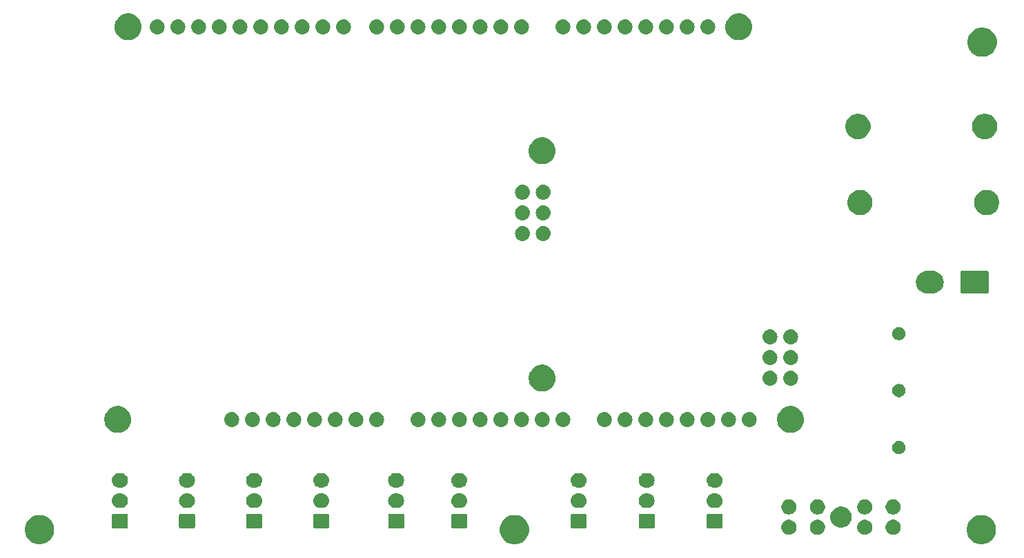
<source format=gbr>
G04 #@! TF.GenerationSoftware,KiCad,Pcbnew,(5.0.0)*
G04 #@! TF.CreationDate,2020-01-14T16:13:25-06:00*
G04 #@! TF.ProjectId,Igniter,49676E697465722E6B696361645F7063,rev?*
G04 #@! TF.SameCoordinates,Original*
G04 #@! TF.FileFunction,Soldermask,Bot*
G04 #@! TF.FilePolarity,Negative*
%FSLAX46Y46*%
G04 Gerber Fmt 4.6, Leading zero omitted, Abs format (unit mm)*
G04 Created by KiCad (PCBNEW (5.0.0)) date 01/14/20 16:13:25*
%MOMM*%
%LPD*%
G01*
G04 APERTURE LIST*
%ADD10C,0.100000*%
G04 APERTURE END LIST*
D10*
G36*
X205691291Y-148892751D02*
X206019052Y-149028514D01*
X206314033Y-149225614D01*
X206564886Y-149476467D01*
X206761986Y-149771448D01*
X206897749Y-150099209D01*
X206966960Y-150447156D01*
X206966960Y-150801924D01*
X206897749Y-151149871D01*
X206761986Y-151477632D01*
X206564886Y-151772613D01*
X206314033Y-152023466D01*
X206019052Y-152220566D01*
X205691291Y-152356329D01*
X205343344Y-152425540D01*
X204988576Y-152425540D01*
X204640629Y-152356329D01*
X204312868Y-152220566D01*
X204017887Y-152023466D01*
X203767034Y-151772613D01*
X203569934Y-151477632D01*
X203434171Y-151149871D01*
X203364960Y-150801924D01*
X203364960Y-150447156D01*
X203434171Y-150099209D01*
X203569934Y-149771448D01*
X203767034Y-149476467D01*
X204017887Y-149225614D01*
X204312868Y-149028514D01*
X204640629Y-148892751D01*
X204988576Y-148823540D01*
X205343344Y-148823540D01*
X205691291Y-148892751D01*
X205691291Y-148892751D01*
G37*
G36*
X90121291Y-148892751D02*
X90449052Y-149028514D01*
X90744033Y-149225614D01*
X90994886Y-149476467D01*
X91191986Y-149771448D01*
X91327749Y-150099209D01*
X91396960Y-150447156D01*
X91396960Y-150801924D01*
X91327749Y-151149871D01*
X91191986Y-151477632D01*
X90994886Y-151772613D01*
X90744033Y-152023466D01*
X90449052Y-152220566D01*
X90121291Y-152356329D01*
X89773344Y-152425540D01*
X89418576Y-152425540D01*
X89070629Y-152356329D01*
X88742868Y-152220566D01*
X88447887Y-152023466D01*
X88197034Y-151772613D01*
X87999934Y-151477632D01*
X87864171Y-151149871D01*
X87794960Y-150801924D01*
X87794960Y-150447156D01*
X87864171Y-150099209D01*
X87999934Y-149771448D01*
X88197034Y-149476467D01*
X88447887Y-149225614D01*
X88742868Y-149028514D01*
X89070629Y-148892751D01*
X89418576Y-148823540D01*
X89773344Y-148823540D01*
X90121291Y-148892751D01*
X90121291Y-148892751D01*
G37*
G36*
X148399051Y-148892751D02*
X148726812Y-149028514D01*
X149021793Y-149225614D01*
X149272646Y-149476467D01*
X149469746Y-149771448D01*
X149605509Y-150099209D01*
X149674720Y-150447156D01*
X149674720Y-150801924D01*
X149605509Y-151149871D01*
X149469746Y-151477632D01*
X149272646Y-151772613D01*
X149021793Y-152023466D01*
X148726812Y-152220566D01*
X148399051Y-152356329D01*
X148051104Y-152425540D01*
X147696336Y-152425540D01*
X147348389Y-152356329D01*
X147020628Y-152220566D01*
X146725647Y-152023466D01*
X146474794Y-151772613D01*
X146277694Y-151477632D01*
X146141931Y-151149871D01*
X146072720Y-150801924D01*
X146072720Y-150447156D01*
X146141931Y-150099209D01*
X146277694Y-149771448D01*
X146474794Y-149476467D01*
X146725647Y-149225614D01*
X147020628Y-149028514D01*
X147348389Y-148892751D01*
X147696336Y-148823540D01*
X148051104Y-148823540D01*
X148399051Y-148892751D01*
X148399051Y-148892751D01*
G37*
G36*
X181817404Y-149444885D02*
X181985926Y-149514689D01*
X182137591Y-149616028D01*
X182266572Y-149745009D01*
X182367911Y-149896674D01*
X182437715Y-150065196D01*
X182473300Y-150244097D01*
X182473300Y-150426503D01*
X182437715Y-150605404D01*
X182367911Y-150773926D01*
X182266572Y-150925591D01*
X182137591Y-151054572D01*
X181985926Y-151155911D01*
X181817404Y-151225715D01*
X181638503Y-151261300D01*
X181456097Y-151261300D01*
X181277196Y-151225715D01*
X181108674Y-151155911D01*
X180957009Y-151054572D01*
X180828028Y-150925591D01*
X180726689Y-150773926D01*
X180656885Y-150605404D01*
X180621300Y-150426503D01*
X180621300Y-150244097D01*
X180656885Y-150065196D01*
X180726689Y-149896674D01*
X180828028Y-149745009D01*
X180957009Y-149616028D01*
X181108674Y-149514689D01*
X181277196Y-149444885D01*
X181456097Y-149409300D01*
X181638503Y-149409300D01*
X181817404Y-149444885D01*
X181817404Y-149444885D01*
G37*
G36*
X185317404Y-149444885D02*
X185485926Y-149514689D01*
X185637591Y-149616028D01*
X185766572Y-149745009D01*
X185867911Y-149896674D01*
X185937715Y-150065196D01*
X185973300Y-150244097D01*
X185973300Y-150426503D01*
X185937715Y-150605404D01*
X185867911Y-150773926D01*
X185766572Y-150925591D01*
X185637591Y-151054572D01*
X185485926Y-151155911D01*
X185317404Y-151225715D01*
X185138503Y-151261300D01*
X184956097Y-151261300D01*
X184777196Y-151225715D01*
X184608674Y-151155911D01*
X184457009Y-151054572D01*
X184328028Y-150925591D01*
X184226689Y-150773926D01*
X184156885Y-150605404D01*
X184121300Y-150426503D01*
X184121300Y-150244097D01*
X184156885Y-150065196D01*
X184226689Y-149896674D01*
X184328028Y-149745009D01*
X184457009Y-149616028D01*
X184608674Y-149514689D01*
X184777196Y-149444885D01*
X184956097Y-149409300D01*
X185138503Y-149409300D01*
X185317404Y-149444885D01*
X185317404Y-149444885D01*
G37*
G36*
X191117404Y-149444885D02*
X191285926Y-149514689D01*
X191437591Y-149616028D01*
X191566572Y-149745009D01*
X191667911Y-149896674D01*
X191737715Y-150065196D01*
X191773300Y-150244097D01*
X191773300Y-150426503D01*
X191737715Y-150605404D01*
X191667911Y-150773926D01*
X191566572Y-150925591D01*
X191437591Y-151054572D01*
X191285926Y-151155911D01*
X191117404Y-151225715D01*
X190938503Y-151261300D01*
X190756097Y-151261300D01*
X190577196Y-151225715D01*
X190408674Y-151155911D01*
X190257009Y-151054572D01*
X190128028Y-150925591D01*
X190026689Y-150773926D01*
X189956885Y-150605404D01*
X189921300Y-150426503D01*
X189921300Y-150244097D01*
X189956885Y-150065196D01*
X190026689Y-149896674D01*
X190128028Y-149745009D01*
X190257009Y-149616028D01*
X190408674Y-149514689D01*
X190577196Y-149444885D01*
X190756097Y-149409300D01*
X190938503Y-149409300D01*
X191117404Y-149444885D01*
X191117404Y-149444885D01*
G37*
G36*
X194617404Y-149444885D02*
X194785926Y-149514689D01*
X194937591Y-149616028D01*
X195066572Y-149745009D01*
X195167911Y-149896674D01*
X195237715Y-150065196D01*
X195273300Y-150244097D01*
X195273300Y-150426503D01*
X195237715Y-150605404D01*
X195167911Y-150773926D01*
X195066572Y-150925591D01*
X194937591Y-151054572D01*
X194785926Y-151155911D01*
X194617404Y-151225715D01*
X194438503Y-151261300D01*
X194256097Y-151261300D01*
X194077196Y-151225715D01*
X193908674Y-151155911D01*
X193757009Y-151054572D01*
X193628028Y-150925591D01*
X193526689Y-150773926D01*
X193456885Y-150605404D01*
X193421300Y-150426503D01*
X193421300Y-150244097D01*
X193456885Y-150065196D01*
X193526689Y-149896674D01*
X193628028Y-149745009D01*
X193757009Y-149616028D01*
X193908674Y-149514689D01*
X194077196Y-149444885D01*
X194256097Y-149409300D01*
X194438503Y-149409300D01*
X194617404Y-149444885D01*
X194617404Y-149444885D01*
G37*
G36*
X100297460Y-148665809D02*
X100330509Y-148675834D01*
X100360966Y-148692114D01*
X100387659Y-148714021D01*
X100409566Y-148740714D01*
X100425846Y-148771171D01*
X100435871Y-148804220D01*
X100439860Y-148844724D01*
X100439860Y-150280916D01*
X100435871Y-150321420D01*
X100425846Y-150354469D01*
X100409566Y-150384926D01*
X100387659Y-150411619D01*
X100360966Y-150433526D01*
X100330509Y-150449806D01*
X100297460Y-150459831D01*
X100256956Y-150463820D01*
X98670764Y-150463820D01*
X98630260Y-150459831D01*
X98597211Y-150449806D01*
X98566754Y-150433526D01*
X98540061Y-150411619D01*
X98518154Y-150384926D01*
X98501874Y-150354469D01*
X98491849Y-150321420D01*
X98487860Y-150280916D01*
X98487860Y-148844724D01*
X98491849Y-148804220D01*
X98501874Y-148771171D01*
X98518154Y-148740714D01*
X98540061Y-148714021D01*
X98566754Y-148692114D01*
X98597211Y-148675834D01*
X98630260Y-148665809D01*
X98670764Y-148661820D01*
X100256956Y-148661820D01*
X100297460Y-148665809D01*
X100297460Y-148665809D01*
G37*
G36*
X173269120Y-148665809D02*
X173302169Y-148675834D01*
X173332626Y-148692114D01*
X173359319Y-148714021D01*
X173381226Y-148740714D01*
X173397506Y-148771171D01*
X173407531Y-148804220D01*
X173411520Y-148844724D01*
X173411520Y-150280916D01*
X173407531Y-150321420D01*
X173397506Y-150354469D01*
X173381226Y-150384926D01*
X173359319Y-150411619D01*
X173332626Y-150433526D01*
X173302169Y-150449806D01*
X173269120Y-150459831D01*
X173228616Y-150463820D01*
X171642424Y-150463820D01*
X171601920Y-150459831D01*
X171568871Y-150449806D01*
X171538414Y-150433526D01*
X171511721Y-150411619D01*
X171489814Y-150384926D01*
X171473534Y-150354469D01*
X171463509Y-150321420D01*
X171459520Y-150280916D01*
X171459520Y-148844724D01*
X171463509Y-148804220D01*
X171473534Y-148771171D01*
X171489814Y-148740714D01*
X171511721Y-148714021D01*
X171538414Y-148692114D01*
X171568871Y-148675834D01*
X171601920Y-148665809D01*
X171642424Y-148661820D01*
X173228616Y-148661820D01*
X173269120Y-148665809D01*
X173269120Y-148665809D01*
G37*
G36*
X164927760Y-148665809D02*
X164960809Y-148675834D01*
X164991266Y-148692114D01*
X165017959Y-148714021D01*
X165039866Y-148740714D01*
X165056146Y-148771171D01*
X165066171Y-148804220D01*
X165070160Y-148844724D01*
X165070160Y-150280916D01*
X165066171Y-150321420D01*
X165056146Y-150354469D01*
X165039866Y-150384926D01*
X165017959Y-150411619D01*
X164991266Y-150433526D01*
X164960809Y-150449806D01*
X164927760Y-150459831D01*
X164887256Y-150463820D01*
X163301064Y-150463820D01*
X163260560Y-150459831D01*
X163227511Y-150449806D01*
X163197054Y-150433526D01*
X163170361Y-150411619D01*
X163148454Y-150384926D01*
X163132174Y-150354469D01*
X163122149Y-150321420D01*
X163118160Y-150280916D01*
X163118160Y-148844724D01*
X163122149Y-148804220D01*
X163132174Y-148771171D01*
X163148454Y-148740714D01*
X163170361Y-148714021D01*
X163197054Y-148692114D01*
X163227511Y-148675834D01*
X163260560Y-148665809D01*
X163301064Y-148661820D01*
X164887256Y-148661820D01*
X164927760Y-148665809D01*
X164927760Y-148665809D01*
G37*
G36*
X156586400Y-148665809D02*
X156619449Y-148675834D01*
X156649906Y-148692114D01*
X156676599Y-148714021D01*
X156698506Y-148740714D01*
X156714786Y-148771171D01*
X156724811Y-148804220D01*
X156728800Y-148844724D01*
X156728800Y-150280916D01*
X156724811Y-150321420D01*
X156714786Y-150354469D01*
X156698506Y-150384926D01*
X156676599Y-150411619D01*
X156649906Y-150433526D01*
X156619449Y-150449806D01*
X156586400Y-150459831D01*
X156545896Y-150463820D01*
X154959704Y-150463820D01*
X154919200Y-150459831D01*
X154886151Y-150449806D01*
X154855694Y-150433526D01*
X154829001Y-150411619D01*
X154807094Y-150384926D01*
X154790814Y-150354469D01*
X154780789Y-150321420D01*
X154776800Y-150280916D01*
X154776800Y-148844724D01*
X154780789Y-148804220D01*
X154790814Y-148771171D01*
X154807094Y-148740714D01*
X154829001Y-148714021D01*
X154855694Y-148692114D01*
X154886151Y-148675834D01*
X154919200Y-148665809D01*
X154959704Y-148661820D01*
X156545896Y-148661820D01*
X156586400Y-148665809D01*
X156586400Y-148665809D01*
G37*
G36*
X116765126Y-148665809D02*
X116798175Y-148675834D01*
X116828632Y-148692114D01*
X116855325Y-148714021D01*
X116877232Y-148740714D01*
X116893512Y-148771171D01*
X116903537Y-148804220D01*
X116907526Y-148844724D01*
X116907526Y-150280916D01*
X116903537Y-150321420D01*
X116893512Y-150354469D01*
X116877232Y-150384926D01*
X116855325Y-150411619D01*
X116828632Y-150433526D01*
X116798175Y-150449806D01*
X116765126Y-150459831D01*
X116724622Y-150463820D01*
X115138430Y-150463820D01*
X115097926Y-150459831D01*
X115064877Y-150449806D01*
X115034420Y-150433526D01*
X115007727Y-150411619D01*
X114985820Y-150384926D01*
X114969540Y-150354469D01*
X114959515Y-150321420D01*
X114955526Y-150280916D01*
X114955526Y-148844724D01*
X114959515Y-148804220D01*
X114969540Y-148771171D01*
X114985820Y-148740714D01*
X115007727Y-148714021D01*
X115034420Y-148692114D01*
X115064877Y-148675834D01*
X115097926Y-148665809D01*
X115138430Y-148661820D01*
X116724622Y-148661820D01*
X116765126Y-148665809D01*
X116765126Y-148665809D01*
G37*
G36*
X141925520Y-148665809D02*
X141958569Y-148675834D01*
X141989026Y-148692114D01*
X142015719Y-148714021D01*
X142037626Y-148740714D01*
X142053906Y-148771171D01*
X142063931Y-148804220D01*
X142067920Y-148844724D01*
X142067920Y-150280916D01*
X142063931Y-150321420D01*
X142053906Y-150354469D01*
X142037626Y-150384926D01*
X142015719Y-150411619D01*
X141989026Y-150433526D01*
X141958569Y-150449806D01*
X141925520Y-150459831D01*
X141885016Y-150463820D01*
X140298824Y-150463820D01*
X140258320Y-150459831D01*
X140225271Y-150449806D01*
X140194814Y-150433526D01*
X140168121Y-150411619D01*
X140146214Y-150384926D01*
X140129934Y-150354469D01*
X140119909Y-150321420D01*
X140115920Y-150280916D01*
X140115920Y-148844724D01*
X140119909Y-148804220D01*
X140129934Y-148771171D01*
X140146214Y-148740714D01*
X140168121Y-148714021D01*
X140194814Y-148692114D01*
X140225271Y-148675834D01*
X140258320Y-148665809D01*
X140298824Y-148661820D01*
X141885016Y-148661820D01*
X141925520Y-148665809D01*
X141925520Y-148665809D01*
G37*
G36*
X134191220Y-148665809D02*
X134224269Y-148675834D01*
X134254726Y-148692114D01*
X134281419Y-148714021D01*
X134303326Y-148740714D01*
X134319606Y-148771171D01*
X134329631Y-148804220D01*
X134333620Y-148844724D01*
X134333620Y-150280916D01*
X134329631Y-150321420D01*
X134319606Y-150354469D01*
X134303326Y-150384926D01*
X134281419Y-150411619D01*
X134254726Y-150433526D01*
X134224269Y-150449806D01*
X134191220Y-150459831D01*
X134150716Y-150463820D01*
X132564524Y-150463820D01*
X132524020Y-150459831D01*
X132490971Y-150449806D01*
X132460514Y-150433526D01*
X132433821Y-150411619D01*
X132411914Y-150384926D01*
X132395634Y-150354469D01*
X132385609Y-150321420D01*
X132381620Y-150280916D01*
X132381620Y-148844724D01*
X132385609Y-148804220D01*
X132395634Y-148771171D01*
X132411914Y-148740714D01*
X132433821Y-148714021D01*
X132460514Y-148692114D01*
X132490971Y-148675834D01*
X132524020Y-148665809D01*
X132564524Y-148661820D01*
X134150716Y-148661820D01*
X134191220Y-148665809D01*
X134191220Y-148665809D01*
G37*
G36*
X124998960Y-148665809D02*
X125032009Y-148675834D01*
X125062466Y-148692114D01*
X125089159Y-148714021D01*
X125111066Y-148740714D01*
X125127346Y-148771171D01*
X125137371Y-148804220D01*
X125141360Y-148844724D01*
X125141360Y-150280916D01*
X125137371Y-150321420D01*
X125127346Y-150354469D01*
X125111066Y-150384926D01*
X125089159Y-150411619D01*
X125062466Y-150433526D01*
X125032009Y-150449806D01*
X124998960Y-150459831D01*
X124958456Y-150463820D01*
X123372264Y-150463820D01*
X123331760Y-150459831D01*
X123298711Y-150449806D01*
X123268254Y-150433526D01*
X123241561Y-150411619D01*
X123219654Y-150384926D01*
X123203374Y-150354469D01*
X123193349Y-150321420D01*
X123189360Y-150280916D01*
X123189360Y-148844724D01*
X123193349Y-148804220D01*
X123203374Y-148771171D01*
X123219654Y-148740714D01*
X123241561Y-148714021D01*
X123268254Y-148692114D01*
X123298711Y-148675834D01*
X123331760Y-148665809D01*
X123372264Y-148661820D01*
X124958456Y-148661820D01*
X124998960Y-148665809D01*
X124998960Y-148665809D01*
G37*
G36*
X108531293Y-148665809D02*
X108564342Y-148675834D01*
X108594799Y-148692114D01*
X108621492Y-148714021D01*
X108643399Y-148740714D01*
X108659679Y-148771171D01*
X108669704Y-148804220D01*
X108673693Y-148844724D01*
X108673693Y-150280916D01*
X108669704Y-150321420D01*
X108659679Y-150354469D01*
X108643399Y-150384926D01*
X108621492Y-150411619D01*
X108594799Y-150433526D01*
X108564342Y-150449806D01*
X108531293Y-150459831D01*
X108490789Y-150463820D01*
X106904597Y-150463820D01*
X106864093Y-150459831D01*
X106831044Y-150449806D01*
X106800587Y-150433526D01*
X106773894Y-150411619D01*
X106751987Y-150384926D01*
X106735707Y-150354469D01*
X106725682Y-150321420D01*
X106721693Y-150280916D01*
X106721693Y-148844724D01*
X106725682Y-148804220D01*
X106735707Y-148771171D01*
X106751987Y-148740714D01*
X106773894Y-148714021D01*
X106800587Y-148692114D01*
X106831044Y-148675834D01*
X106864093Y-148665809D01*
X106904597Y-148661820D01*
X108490789Y-148661820D01*
X108531293Y-148665809D01*
X108531293Y-148665809D01*
G37*
G36*
X188326785Y-147834296D02*
X188326787Y-147834297D01*
X188326788Y-147834297D01*
X188483630Y-147899263D01*
X188563555Y-147932369D01*
X188776642Y-148074749D01*
X188957851Y-148255958D01*
X189100231Y-148469045D01*
X189198304Y-148705815D01*
X189248300Y-148957161D01*
X189248300Y-149213439D01*
X189198304Y-149464785D01*
X189100231Y-149701555D01*
X188957851Y-149914642D01*
X188776642Y-150095851D01*
X188776639Y-150095853D01*
X188563555Y-150238231D01*
X188326788Y-150336303D01*
X188326787Y-150336303D01*
X188326785Y-150336304D01*
X188075439Y-150386300D01*
X187819161Y-150386300D01*
X187567815Y-150336304D01*
X187567813Y-150336303D01*
X187567812Y-150336303D01*
X187331045Y-150238231D01*
X187117961Y-150095853D01*
X187117958Y-150095851D01*
X186936749Y-149914642D01*
X186794369Y-149701555D01*
X186696296Y-149464785D01*
X186646300Y-149213439D01*
X186646300Y-148957161D01*
X186696296Y-148705815D01*
X186794369Y-148469045D01*
X186936749Y-148255958D01*
X187117958Y-148074749D01*
X187331045Y-147932369D01*
X187410970Y-147899263D01*
X187567812Y-147834297D01*
X187567813Y-147834297D01*
X187567815Y-147834296D01*
X187819161Y-147784300D01*
X188075439Y-147784300D01*
X188326785Y-147834296D01*
X188326785Y-147834296D01*
G37*
G36*
X181817404Y-146944885D02*
X181985926Y-147014689D01*
X182137591Y-147116028D01*
X182266572Y-147245009D01*
X182367911Y-147396674D01*
X182437715Y-147565196D01*
X182473300Y-147744097D01*
X182473300Y-147926503D01*
X182437715Y-148105404D01*
X182367911Y-148273926D01*
X182266572Y-148425591D01*
X182137591Y-148554572D01*
X181985926Y-148655911D01*
X181817404Y-148725715D01*
X181638503Y-148761300D01*
X181456097Y-148761300D01*
X181277196Y-148725715D01*
X181108674Y-148655911D01*
X180957009Y-148554572D01*
X180828028Y-148425591D01*
X180726689Y-148273926D01*
X180656885Y-148105404D01*
X180621300Y-147926503D01*
X180621300Y-147744097D01*
X180656885Y-147565196D01*
X180726689Y-147396674D01*
X180828028Y-147245009D01*
X180957009Y-147116028D01*
X181108674Y-147014689D01*
X181277196Y-146944885D01*
X181456097Y-146909300D01*
X181638503Y-146909300D01*
X181817404Y-146944885D01*
X181817404Y-146944885D01*
G37*
G36*
X185317404Y-146944885D02*
X185485926Y-147014689D01*
X185637591Y-147116028D01*
X185766572Y-147245009D01*
X185867911Y-147396674D01*
X185937715Y-147565196D01*
X185973300Y-147744097D01*
X185973300Y-147926503D01*
X185937715Y-148105404D01*
X185867911Y-148273926D01*
X185766572Y-148425591D01*
X185637591Y-148554572D01*
X185485926Y-148655911D01*
X185317404Y-148725715D01*
X185138503Y-148761300D01*
X184956097Y-148761300D01*
X184777196Y-148725715D01*
X184608674Y-148655911D01*
X184457009Y-148554572D01*
X184328028Y-148425591D01*
X184226689Y-148273926D01*
X184156885Y-148105404D01*
X184121300Y-147926503D01*
X184121300Y-147744097D01*
X184156885Y-147565196D01*
X184226689Y-147396674D01*
X184328028Y-147245009D01*
X184457009Y-147116028D01*
X184608674Y-147014689D01*
X184777196Y-146944885D01*
X184956097Y-146909300D01*
X185138503Y-146909300D01*
X185317404Y-146944885D01*
X185317404Y-146944885D01*
G37*
G36*
X191117404Y-146944885D02*
X191285926Y-147014689D01*
X191437591Y-147116028D01*
X191566572Y-147245009D01*
X191667911Y-147396674D01*
X191737715Y-147565196D01*
X191773300Y-147744097D01*
X191773300Y-147926503D01*
X191737715Y-148105404D01*
X191667911Y-148273926D01*
X191566572Y-148425591D01*
X191437591Y-148554572D01*
X191285926Y-148655911D01*
X191117404Y-148725715D01*
X190938503Y-148761300D01*
X190756097Y-148761300D01*
X190577196Y-148725715D01*
X190408674Y-148655911D01*
X190257009Y-148554572D01*
X190128028Y-148425591D01*
X190026689Y-148273926D01*
X189956885Y-148105404D01*
X189921300Y-147926503D01*
X189921300Y-147744097D01*
X189956885Y-147565196D01*
X190026689Y-147396674D01*
X190128028Y-147245009D01*
X190257009Y-147116028D01*
X190408674Y-147014689D01*
X190577196Y-146944885D01*
X190756097Y-146909300D01*
X190938503Y-146909300D01*
X191117404Y-146944885D01*
X191117404Y-146944885D01*
G37*
G36*
X194617404Y-146944885D02*
X194785926Y-147014689D01*
X194937591Y-147116028D01*
X195066572Y-147245009D01*
X195167911Y-147396674D01*
X195237715Y-147565196D01*
X195273300Y-147744097D01*
X195273300Y-147926503D01*
X195237715Y-148105404D01*
X195167911Y-148273926D01*
X195066572Y-148425591D01*
X194937591Y-148554572D01*
X194785926Y-148655911D01*
X194617404Y-148725715D01*
X194438503Y-148761300D01*
X194256097Y-148761300D01*
X194077196Y-148725715D01*
X193908674Y-148655911D01*
X193757009Y-148554572D01*
X193628028Y-148425591D01*
X193526689Y-148273926D01*
X193456885Y-148105404D01*
X193421300Y-147926503D01*
X193421300Y-147744097D01*
X193456885Y-147565196D01*
X193526689Y-147396674D01*
X193628028Y-147245009D01*
X193757009Y-147116028D01*
X193908674Y-147014689D01*
X194077196Y-146944885D01*
X194256097Y-146909300D01*
X194438503Y-146909300D01*
X194617404Y-146944885D01*
X194617404Y-146944885D01*
G37*
G36*
X164279602Y-146168338D02*
X164345787Y-146174857D01*
X164459013Y-146209204D01*
X164515627Y-146226377D01*
X164654247Y-146300472D01*
X164672151Y-146310042D01*
X164707889Y-146339372D01*
X164809346Y-146422634D01*
X164892608Y-146524091D01*
X164921938Y-146559829D01*
X164921939Y-146559831D01*
X165005603Y-146716353D01*
X165005603Y-146716354D01*
X165057123Y-146886193D01*
X165074519Y-147062820D01*
X165057123Y-147239447D01*
X165022776Y-147352673D01*
X165005603Y-147409287D01*
X164931508Y-147547907D01*
X164921938Y-147565811D01*
X164892608Y-147601549D01*
X164809346Y-147703006D01*
X164707889Y-147786268D01*
X164672151Y-147815598D01*
X164672149Y-147815599D01*
X164515627Y-147899263D01*
X164459013Y-147916436D01*
X164345787Y-147950783D01*
X164279602Y-147957302D01*
X164213420Y-147963820D01*
X163974900Y-147963820D01*
X163908718Y-147957302D01*
X163842533Y-147950783D01*
X163729307Y-147916436D01*
X163672693Y-147899263D01*
X163516171Y-147815599D01*
X163516169Y-147815598D01*
X163480431Y-147786268D01*
X163378974Y-147703006D01*
X163295712Y-147601549D01*
X163266382Y-147565811D01*
X163256812Y-147547907D01*
X163182717Y-147409287D01*
X163165544Y-147352673D01*
X163131197Y-147239447D01*
X163113801Y-147062820D01*
X163131197Y-146886193D01*
X163182717Y-146716354D01*
X163182717Y-146716353D01*
X163266381Y-146559831D01*
X163266382Y-146559829D01*
X163295712Y-146524091D01*
X163378974Y-146422634D01*
X163480431Y-146339372D01*
X163516169Y-146310042D01*
X163534073Y-146300472D01*
X163672693Y-146226377D01*
X163729307Y-146209204D01*
X163842533Y-146174857D01*
X163908718Y-146168338D01*
X163974900Y-146161820D01*
X164213420Y-146161820D01*
X164279602Y-146168338D01*
X164279602Y-146168338D01*
G37*
G36*
X133543062Y-146168338D02*
X133609247Y-146174857D01*
X133722473Y-146209204D01*
X133779087Y-146226377D01*
X133917707Y-146300472D01*
X133935611Y-146310042D01*
X133971349Y-146339372D01*
X134072806Y-146422634D01*
X134156068Y-146524091D01*
X134185398Y-146559829D01*
X134185399Y-146559831D01*
X134269063Y-146716353D01*
X134269063Y-146716354D01*
X134320583Y-146886193D01*
X134337979Y-147062820D01*
X134320583Y-147239447D01*
X134286236Y-147352673D01*
X134269063Y-147409287D01*
X134194968Y-147547907D01*
X134185398Y-147565811D01*
X134156068Y-147601549D01*
X134072806Y-147703006D01*
X133971349Y-147786268D01*
X133935611Y-147815598D01*
X133935609Y-147815599D01*
X133779087Y-147899263D01*
X133722473Y-147916436D01*
X133609247Y-147950783D01*
X133543062Y-147957302D01*
X133476880Y-147963820D01*
X133238360Y-147963820D01*
X133172178Y-147957302D01*
X133105993Y-147950783D01*
X132992767Y-147916436D01*
X132936153Y-147899263D01*
X132779631Y-147815599D01*
X132779629Y-147815598D01*
X132743891Y-147786268D01*
X132642434Y-147703006D01*
X132559172Y-147601549D01*
X132529842Y-147565811D01*
X132520272Y-147547907D01*
X132446177Y-147409287D01*
X132429004Y-147352673D01*
X132394657Y-147239447D01*
X132377261Y-147062820D01*
X132394657Y-146886193D01*
X132446177Y-146716354D01*
X132446177Y-146716353D01*
X132529841Y-146559831D01*
X132529842Y-146559829D01*
X132559172Y-146524091D01*
X132642434Y-146422634D01*
X132743891Y-146339372D01*
X132779629Y-146310042D01*
X132797533Y-146300472D01*
X132936153Y-146226377D01*
X132992767Y-146209204D01*
X133105993Y-146174857D01*
X133172178Y-146168338D01*
X133238360Y-146161820D01*
X133476880Y-146161820D01*
X133543062Y-146168338D01*
X133543062Y-146168338D01*
G37*
G36*
X155938242Y-146168338D02*
X156004427Y-146174857D01*
X156117653Y-146209204D01*
X156174267Y-146226377D01*
X156312887Y-146300472D01*
X156330791Y-146310042D01*
X156366529Y-146339372D01*
X156467986Y-146422634D01*
X156551248Y-146524091D01*
X156580578Y-146559829D01*
X156580579Y-146559831D01*
X156664243Y-146716353D01*
X156664243Y-146716354D01*
X156715763Y-146886193D01*
X156733159Y-147062820D01*
X156715763Y-147239447D01*
X156681416Y-147352673D01*
X156664243Y-147409287D01*
X156590148Y-147547907D01*
X156580578Y-147565811D01*
X156551248Y-147601549D01*
X156467986Y-147703006D01*
X156366529Y-147786268D01*
X156330791Y-147815598D01*
X156330789Y-147815599D01*
X156174267Y-147899263D01*
X156117653Y-147916436D01*
X156004427Y-147950783D01*
X155938242Y-147957302D01*
X155872060Y-147963820D01*
X155633540Y-147963820D01*
X155567358Y-147957302D01*
X155501173Y-147950783D01*
X155387947Y-147916436D01*
X155331333Y-147899263D01*
X155174811Y-147815599D01*
X155174809Y-147815598D01*
X155139071Y-147786268D01*
X155037614Y-147703006D01*
X154954352Y-147601549D01*
X154925022Y-147565811D01*
X154915452Y-147547907D01*
X154841357Y-147409287D01*
X154824184Y-147352673D01*
X154789837Y-147239447D01*
X154772441Y-147062820D01*
X154789837Y-146886193D01*
X154841357Y-146716354D01*
X154841357Y-146716353D01*
X154925021Y-146559831D01*
X154925022Y-146559829D01*
X154954352Y-146524091D01*
X155037614Y-146422634D01*
X155139071Y-146339372D01*
X155174809Y-146310042D01*
X155192713Y-146300472D01*
X155331333Y-146226377D01*
X155387947Y-146209204D01*
X155501173Y-146174857D01*
X155567358Y-146168338D01*
X155633540Y-146161820D01*
X155872060Y-146161820D01*
X155938242Y-146168338D01*
X155938242Y-146168338D01*
G37*
G36*
X172620962Y-146168338D02*
X172687147Y-146174857D01*
X172800373Y-146209204D01*
X172856987Y-146226377D01*
X172995607Y-146300472D01*
X173013511Y-146310042D01*
X173049249Y-146339372D01*
X173150706Y-146422634D01*
X173233968Y-146524091D01*
X173263298Y-146559829D01*
X173263299Y-146559831D01*
X173346963Y-146716353D01*
X173346963Y-146716354D01*
X173398483Y-146886193D01*
X173415879Y-147062820D01*
X173398483Y-147239447D01*
X173364136Y-147352673D01*
X173346963Y-147409287D01*
X173272868Y-147547907D01*
X173263298Y-147565811D01*
X173233968Y-147601549D01*
X173150706Y-147703006D01*
X173049249Y-147786268D01*
X173013511Y-147815598D01*
X173013509Y-147815599D01*
X172856987Y-147899263D01*
X172800373Y-147916436D01*
X172687147Y-147950783D01*
X172620962Y-147957302D01*
X172554780Y-147963820D01*
X172316260Y-147963820D01*
X172250078Y-147957302D01*
X172183893Y-147950783D01*
X172070667Y-147916436D01*
X172014053Y-147899263D01*
X171857531Y-147815599D01*
X171857529Y-147815598D01*
X171821791Y-147786268D01*
X171720334Y-147703006D01*
X171637072Y-147601549D01*
X171607742Y-147565811D01*
X171598172Y-147547907D01*
X171524077Y-147409287D01*
X171506904Y-147352673D01*
X171472557Y-147239447D01*
X171455161Y-147062820D01*
X171472557Y-146886193D01*
X171524077Y-146716354D01*
X171524077Y-146716353D01*
X171607741Y-146559831D01*
X171607742Y-146559829D01*
X171637072Y-146524091D01*
X171720334Y-146422634D01*
X171821791Y-146339372D01*
X171857529Y-146310042D01*
X171875433Y-146300472D01*
X172014053Y-146226377D01*
X172070667Y-146209204D01*
X172183893Y-146174857D01*
X172250078Y-146168338D01*
X172316260Y-146161820D01*
X172554780Y-146161820D01*
X172620962Y-146168338D01*
X172620962Y-146168338D01*
G37*
G36*
X107883135Y-146168338D02*
X107949320Y-146174857D01*
X108062546Y-146209204D01*
X108119160Y-146226377D01*
X108257780Y-146300472D01*
X108275684Y-146310042D01*
X108311422Y-146339372D01*
X108412879Y-146422634D01*
X108496141Y-146524091D01*
X108525471Y-146559829D01*
X108525472Y-146559831D01*
X108609136Y-146716353D01*
X108609136Y-146716354D01*
X108660656Y-146886193D01*
X108678052Y-147062820D01*
X108660656Y-147239447D01*
X108626309Y-147352673D01*
X108609136Y-147409287D01*
X108535041Y-147547907D01*
X108525471Y-147565811D01*
X108496141Y-147601549D01*
X108412879Y-147703006D01*
X108311422Y-147786268D01*
X108275684Y-147815598D01*
X108275682Y-147815599D01*
X108119160Y-147899263D01*
X108062546Y-147916436D01*
X107949320Y-147950783D01*
X107883135Y-147957302D01*
X107816953Y-147963820D01*
X107578433Y-147963820D01*
X107512251Y-147957302D01*
X107446066Y-147950783D01*
X107332840Y-147916436D01*
X107276226Y-147899263D01*
X107119704Y-147815599D01*
X107119702Y-147815598D01*
X107083964Y-147786268D01*
X106982507Y-147703006D01*
X106899245Y-147601549D01*
X106869915Y-147565811D01*
X106860345Y-147547907D01*
X106786250Y-147409287D01*
X106769077Y-147352673D01*
X106734730Y-147239447D01*
X106717334Y-147062820D01*
X106734730Y-146886193D01*
X106786250Y-146716354D01*
X106786250Y-146716353D01*
X106869914Y-146559831D01*
X106869915Y-146559829D01*
X106899245Y-146524091D01*
X106982507Y-146422634D01*
X107083964Y-146339372D01*
X107119702Y-146310042D01*
X107137606Y-146300472D01*
X107276226Y-146226377D01*
X107332840Y-146209204D01*
X107446066Y-146174857D01*
X107512251Y-146168338D01*
X107578433Y-146161820D01*
X107816953Y-146161820D01*
X107883135Y-146168338D01*
X107883135Y-146168338D01*
G37*
G36*
X124350802Y-146168338D02*
X124416987Y-146174857D01*
X124530213Y-146209204D01*
X124586827Y-146226377D01*
X124725447Y-146300472D01*
X124743351Y-146310042D01*
X124779089Y-146339372D01*
X124880546Y-146422634D01*
X124963808Y-146524091D01*
X124993138Y-146559829D01*
X124993139Y-146559831D01*
X125076803Y-146716353D01*
X125076803Y-146716354D01*
X125128323Y-146886193D01*
X125145719Y-147062820D01*
X125128323Y-147239447D01*
X125093976Y-147352673D01*
X125076803Y-147409287D01*
X125002708Y-147547907D01*
X124993138Y-147565811D01*
X124963808Y-147601549D01*
X124880546Y-147703006D01*
X124779089Y-147786268D01*
X124743351Y-147815598D01*
X124743349Y-147815599D01*
X124586827Y-147899263D01*
X124530213Y-147916436D01*
X124416987Y-147950783D01*
X124350802Y-147957302D01*
X124284620Y-147963820D01*
X124046100Y-147963820D01*
X123979918Y-147957302D01*
X123913733Y-147950783D01*
X123800507Y-147916436D01*
X123743893Y-147899263D01*
X123587371Y-147815599D01*
X123587369Y-147815598D01*
X123551631Y-147786268D01*
X123450174Y-147703006D01*
X123366912Y-147601549D01*
X123337582Y-147565811D01*
X123328012Y-147547907D01*
X123253917Y-147409287D01*
X123236744Y-147352673D01*
X123202397Y-147239447D01*
X123185001Y-147062820D01*
X123202397Y-146886193D01*
X123253917Y-146716354D01*
X123253917Y-146716353D01*
X123337581Y-146559831D01*
X123337582Y-146559829D01*
X123366912Y-146524091D01*
X123450174Y-146422634D01*
X123551631Y-146339372D01*
X123587369Y-146310042D01*
X123605273Y-146300472D01*
X123743893Y-146226377D01*
X123800507Y-146209204D01*
X123913733Y-146174857D01*
X123979918Y-146168338D01*
X124046100Y-146161820D01*
X124284620Y-146161820D01*
X124350802Y-146168338D01*
X124350802Y-146168338D01*
G37*
G36*
X116116968Y-146168338D02*
X116183153Y-146174857D01*
X116296379Y-146209204D01*
X116352993Y-146226377D01*
X116491613Y-146300472D01*
X116509517Y-146310042D01*
X116545255Y-146339372D01*
X116646712Y-146422634D01*
X116729974Y-146524091D01*
X116759304Y-146559829D01*
X116759305Y-146559831D01*
X116842969Y-146716353D01*
X116842969Y-146716354D01*
X116894489Y-146886193D01*
X116911885Y-147062820D01*
X116894489Y-147239447D01*
X116860142Y-147352673D01*
X116842969Y-147409287D01*
X116768874Y-147547907D01*
X116759304Y-147565811D01*
X116729974Y-147601549D01*
X116646712Y-147703006D01*
X116545255Y-147786268D01*
X116509517Y-147815598D01*
X116509515Y-147815599D01*
X116352993Y-147899263D01*
X116296379Y-147916436D01*
X116183153Y-147950783D01*
X116116968Y-147957302D01*
X116050786Y-147963820D01*
X115812266Y-147963820D01*
X115746084Y-147957302D01*
X115679899Y-147950783D01*
X115566673Y-147916436D01*
X115510059Y-147899263D01*
X115353537Y-147815599D01*
X115353535Y-147815598D01*
X115317797Y-147786268D01*
X115216340Y-147703006D01*
X115133078Y-147601549D01*
X115103748Y-147565811D01*
X115094178Y-147547907D01*
X115020083Y-147409287D01*
X115002910Y-147352673D01*
X114968563Y-147239447D01*
X114951167Y-147062820D01*
X114968563Y-146886193D01*
X115020083Y-146716354D01*
X115020083Y-146716353D01*
X115103747Y-146559831D01*
X115103748Y-146559829D01*
X115133078Y-146524091D01*
X115216340Y-146422634D01*
X115317797Y-146339372D01*
X115353535Y-146310042D01*
X115371439Y-146300472D01*
X115510059Y-146226377D01*
X115566673Y-146209204D01*
X115679899Y-146174857D01*
X115746084Y-146168338D01*
X115812266Y-146161820D01*
X116050786Y-146161820D01*
X116116968Y-146168338D01*
X116116968Y-146168338D01*
G37*
G36*
X141277362Y-146168338D02*
X141343547Y-146174857D01*
X141456773Y-146209204D01*
X141513387Y-146226377D01*
X141652007Y-146300472D01*
X141669911Y-146310042D01*
X141705649Y-146339372D01*
X141807106Y-146422634D01*
X141890368Y-146524091D01*
X141919698Y-146559829D01*
X141919699Y-146559831D01*
X142003363Y-146716353D01*
X142003363Y-146716354D01*
X142054883Y-146886193D01*
X142072279Y-147062820D01*
X142054883Y-147239447D01*
X142020536Y-147352673D01*
X142003363Y-147409287D01*
X141929268Y-147547907D01*
X141919698Y-147565811D01*
X141890368Y-147601549D01*
X141807106Y-147703006D01*
X141705649Y-147786268D01*
X141669911Y-147815598D01*
X141669909Y-147815599D01*
X141513387Y-147899263D01*
X141456773Y-147916436D01*
X141343547Y-147950783D01*
X141277362Y-147957302D01*
X141211180Y-147963820D01*
X140972660Y-147963820D01*
X140906478Y-147957302D01*
X140840293Y-147950783D01*
X140727067Y-147916436D01*
X140670453Y-147899263D01*
X140513931Y-147815599D01*
X140513929Y-147815598D01*
X140478191Y-147786268D01*
X140376734Y-147703006D01*
X140293472Y-147601549D01*
X140264142Y-147565811D01*
X140254572Y-147547907D01*
X140180477Y-147409287D01*
X140163304Y-147352673D01*
X140128957Y-147239447D01*
X140111561Y-147062820D01*
X140128957Y-146886193D01*
X140180477Y-146716354D01*
X140180477Y-146716353D01*
X140264141Y-146559831D01*
X140264142Y-146559829D01*
X140293472Y-146524091D01*
X140376734Y-146422634D01*
X140478191Y-146339372D01*
X140513929Y-146310042D01*
X140531833Y-146300472D01*
X140670453Y-146226377D01*
X140727067Y-146209204D01*
X140840293Y-146174857D01*
X140906478Y-146168338D01*
X140972660Y-146161820D01*
X141211180Y-146161820D01*
X141277362Y-146168338D01*
X141277362Y-146168338D01*
G37*
G36*
X99649302Y-146168338D02*
X99715487Y-146174857D01*
X99828713Y-146209204D01*
X99885327Y-146226377D01*
X100023947Y-146300472D01*
X100041851Y-146310042D01*
X100077589Y-146339372D01*
X100179046Y-146422634D01*
X100262308Y-146524091D01*
X100291638Y-146559829D01*
X100291639Y-146559831D01*
X100375303Y-146716353D01*
X100375303Y-146716354D01*
X100426823Y-146886193D01*
X100444219Y-147062820D01*
X100426823Y-147239447D01*
X100392476Y-147352673D01*
X100375303Y-147409287D01*
X100301208Y-147547907D01*
X100291638Y-147565811D01*
X100262308Y-147601549D01*
X100179046Y-147703006D01*
X100077589Y-147786268D01*
X100041851Y-147815598D01*
X100041849Y-147815599D01*
X99885327Y-147899263D01*
X99828713Y-147916436D01*
X99715487Y-147950783D01*
X99649302Y-147957302D01*
X99583120Y-147963820D01*
X99344600Y-147963820D01*
X99278418Y-147957302D01*
X99212233Y-147950783D01*
X99099007Y-147916436D01*
X99042393Y-147899263D01*
X98885871Y-147815599D01*
X98885869Y-147815598D01*
X98850131Y-147786268D01*
X98748674Y-147703006D01*
X98665412Y-147601549D01*
X98636082Y-147565811D01*
X98626512Y-147547907D01*
X98552417Y-147409287D01*
X98535244Y-147352673D01*
X98500897Y-147239447D01*
X98483501Y-147062820D01*
X98500897Y-146886193D01*
X98552417Y-146716354D01*
X98552417Y-146716353D01*
X98636081Y-146559831D01*
X98636082Y-146559829D01*
X98665412Y-146524091D01*
X98748674Y-146422634D01*
X98850131Y-146339372D01*
X98885869Y-146310042D01*
X98903773Y-146300472D01*
X99042393Y-146226377D01*
X99099007Y-146209204D01*
X99212233Y-146174857D01*
X99278418Y-146168338D01*
X99344600Y-146161820D01*
X99583120Y-146161820D01*
X99649302Y-146168338D01*
X99649302Y-146168338D01*
G37*
G36*
X116116968Y-143668338D02*
X116183153Y-143674857D01*
X116296379Y-143709204D01*
X116352993Y-143726377D01*
X116491613Y-143800472D01*
X116509517Y-143810042D01*
X116545255Y-143839372D01*
X116646712Y-143922634D01*
X116729974Y-144024091D01*
X116759304Y-144059829D01*
X116759305Y-144059831D01*
X116842969Y-144216353D01*
X116842969Y-144216354D01*
X116894489Y-144386193D01*
X116911885Y-144562820D01*
X116894489Y-144739447D01*
X116860142Y-144852673D01*
X116842969Y-144909287D01*
X116768874Y-145047907D01*
X116759304Y-145065811D01*
X116729974Y-145101549D01*
X116646712Y-145203006D01*
X116545255Y-145286268D01*
X116509517Y-145315598D01*
X116509515Y-145315599D01*
X116352993Y-145399263D01*
X116296379Y-145416436D01*
X116183153Y-145450783D01*
X116116968Y-145457302D01*
X116050786Y-145463820D01*
X115812266Y-145463820D01*
X115746084Y-145457302D01*
X115679899Y-145450783D01*
X115566673Y-145416436D01*
X115510059Y-145399263D01*
X115353537Y-145315599D01*
X115353535Y-145315598D01*
X115317797Y-145286268D01*
X115216340Y-145203006D01*
X115133078Y-145101549D01*
X115103748Y-145065811D01*
X115094178Y-145047907D01*
X115020083Y-144909287D01*
X115002910Y-144852673D01*
X114968563Y-144739447D01*
X114951167Y-144562820D01*
X114968563Y-144386193D01*
X115020083Y-144216354D01*
X115020083Y-144216353D01*
X115103747Y-144059831D01*
X115103748Y-144059829D01*
X115133078Y-144024091D01*
X115216340Y-143922634D01*
X115317797Y-143839372D01*
X115353535Y-143810042D01*
X115371439Y-143800472D01*
X115510059Y-143726377D01*
X115566673Y-143709204D01*
X115679899Y-143674857D01*
X115746084Y-143668338D01*
X115812266Y-143661820D01*
X116050786Y-143661820D01*
X116116968Y-143668338D01*
X116116968Y-143668338D01*
G37*
G36*
X155938242Y-143668338D02*
X156004427Y-143674857D01*
X156117653Y-143709204D01*
X156174267Y-143726377D01*
X156312887Y-143800472D01*
X156330791Y-143810042D01*
X156366529Y-143839372D01*
X156467986Y-143922634D01*
X156551248Y-144024091D01*
X156580578Y-144059829D01*
X156580579Y-144059831D01*
X156664243Y-144216353D01*
X156664243Y-144216354D01*
X156715763Y-144386193D01*
X156733159Y-144562820D01*
X156715763Y-144739447D01*
X156681416Y-144852673D01*
X156664243Y-144909287D01*
X156590148Y-145047907D01*
X156580578Y-145065811D01*
X156551248Y-145101549D01*
X156467986Y-145203006D01*
X156366529Y-145286268D01*
X156330791Y-145315598D01*
X156330789Y-145315599D01*
X156174267Y-145399263D01*
X156117653Y-145416436D01*
X156004427Y-145450783D01*
X155938242Y-145457302D01*
X155872060Y-145463820D01*
X155633540Y-145463820D01*
X155567358Y-145457302D01*
X155501173Y-145450783D01*
X155387947Y-145416436D01*
X155331333Y-145399263D01*
X155174811Y-145315599D01*
X155174809Y-145315598D01*
X155139071Y-145286268D01*
X155037614Y-145203006D01*
X154954352Y-145101549D01*
X154925022Y-145065811D01*
X154915452Y-145047907D01*
X154841357Y-144909287D01*
X154824184Y-144852673D01*
X154789837Y-144739447D01*
X154772441Y-144562820D01*
X154789837Y-144386193D01*
X154841357Y-144216354D01*
X154841357Y-144216353D01*
X154925021Y-144059831D01*
X154925022Y-144059829D01*
X154954352Y-144024091D01*
X155037614Y-143922634D01*
X155139071Y-143839372D01*
X155174809Y-143810042D01*
X155192713Y-143800472D01*
X155331333Y-143726377D01*
X155387947Y-143709204D01*
X155501173Y-143674857D01*
X155567358Y-143668338D01*
X155633540Y-143661820D01*
X155872060Y-143661820D01*
X155938242Y-143668338D01*
X155938242Y-143668338D01*
G37*
G36*
X107883135Y-143668338D02*
X107949320Y-143674857D01*
X108062546Y-143709204D01*
X108119160Y-143726377D01*
X108257780Y-143800472D01*
X108275684Y-143810042D01*
X108311422Y-143839372D01*
X108412879Y-143922634D01*
X108496141Y-144024091D01*
X108525471Y-144059829D01*
X108525472Y-144059831D01*
X108609136Y-144216353D01*
X108609136Y-144216354D01*
X108660656Y-144386193D01*
X108678052Y-144562820D01*
X108660656Y-144739447D01*
X108626309Y-144852673D01*
X108609136Y-144909287D01*
X108535041Y-145047907D01*
X108525471Y-145065811D01*
X108496141Y-145101549D01*
X108412879Y-145203006D01*
X108311422Y-145286268D01*
X108275684Y-145315598D01*
X108275682Y-145315599D01*
X108119160Y-145399263D01*
X108062546Y-145416436D01*
X107949320Y-145450783D01*
X107883135Y-145457302D01*
X107816953Y-145463820D01*
X107578433Y-145463820D01*
X107512251Y-145457302D01*
X107446066Y-145450783D01*
X107332840Y-145416436D01*
X107276226Y-145399263D01*
X107119704Y-145315599D01*
X107119702Y-145315598D01*
X107083964Y-145286268D01*
X106982507Y-145203006D01*
X106899245Y-145101549D01*
X106869915Y-145065811D01*
X106860345Y-145047907D01*
X106786250Y-144909287D01*
X106769077Y-144852673D01*
X106734730Y-144739447D01*
X106717334Y-144562820D01*
X106734730Y-144386193D01*
X106786250Y-144216354D01*
X106786250Y-144216353D01*
X106869914Y-144059831D01*
X106869915Y-144059829D01*
X106899245Y-144024091D01*
X106982507Y-143922634D01*
X107083964Y-143839372D01*
X107119702Y-143810042D01*
X107137606Y-143800472D01*
X107276226Y-143726377D01*
X107332840Y-143709204D01*
X107446066Y-143674857D01*
X107512251Y-143668338D01*
X107578433Y-143661820D01*
X107816953Y-143661820D01*
X107883135Y-143668338D01*
X107883135Y-143668338D01*
G37*
G36*
X99649302Y-143668338D02*
X99715487Y-143674857D01*
X99828713Y-143709204D01*
X99885327Y-143726377D01*
X100023947Y-143800472D01*
X100041851Y-143810042D01*
X100077589Y-143839372D01*
X100179046Y-143922634D01*
X100262308Y-144024091D01*
X100291638Y-144059829D01*
X100291639Y-144059831D01*
X100375303Y-144216353D01*
X100375303Y-144216354D01*
X100426823Y-144386193D01*
X100444219Y-144562820D01*
X100426823Y-144739447D01*
X100392476Y-144852673D01*
X100375303Y-144909287D01*
X100301208Y-145047907D01*
X100291638Y-145065811D01*
X100262308Y-145101549D01*
X100179046Y-145203006D01*
X100077589Y-145286268D01*
X100041851Y-145315598D01*
X100041849Y-145315599D01*
X99885327Y-145399263D01*
X99828713Y-145416436D01*
X99715487Y-145450783D01*
X99649302Y-145457302D01*
X99583120Y-145463820D01*
X99344600Y-145463820D01*
X99278418Y-145457302D01*
X99212233Y-145450783D01*
X99099007Y-145416436D01*
X99042393Y-145399263D01*
X98885871Y-145315599D01*
X98885869Y-145315598D01*
X98850131Y-145286268D01*
X98748674Y-145203006D01*
X98665412Y-145101549D01*
X98636082Y-145065811D01*
X98626512Y-145047907D01*
X98552417Y-144909287D01*
X98535244Y-144852673D01*
X98500897Y-144739447D01*
X98483501Y-144562820D01*
X98500897Y-144386193D01*
X98552417Y-144216354D01*
X98552417Y-144216353D01*
X98636081Y-144059831D01*
X98636082Y-144059829D01*
X98665412Y-144024091D01*
X98748674Y-143922634D01*
X98850131Y-143839372D01*
X98885869Y-143810042D01*
X98903773Y-143800472D01*
X99042393Y-143726377D01*
X99099007Y-143709204D01*
X99212233Y-143674857D01*
X99278418Y-143668338D01*
X99344600Y-143661820D01*
X99583120Y-143661820D01*
X99649302Y-143668338D01*
X99649302Y-143668338D01*
G37*
G36*
X164279602Y-143668338D02*
X164345787Y-143674857D01*
X164459013Y-143709204D01*
X164515627Y-143726377D01*
X164654247Y-143800472D01*
X164672151Y-143810042D01*
X164707889Y-143839372D01*
X164809346Y-143922634D01*
X164892608Y-144024091D01*
X164921938Y-144059829D01*
X164921939Y-144059831D01*
X165005603Y-144216353D01*
X165005603Y-144216354D01*
X165057123Y-144386193D01*
X165074519Y-144562820D01*
X165057123Y-144739447D01*
X165022776Y-144852673D01*
X165005603Y-144909287D01*
X164931508Y-145047907D01*
X164921938Y-145065811D01*
X164892608Y-145101549D01*
X164809346Y-145203006D01*
X164707889Y-145286268D01*
X164672151Y-145315598D01*
X164672149Y-145315599D01*
X164515627Y-145399263D01*
X164459013Y-145416436D01*
X164345787Y-145450783D01*
X164279602Y-145457302D01*
X164213420Y-145463820D01*
X163974900Y-145463820D01*
X163908718Y-145457302D01*
X163842533Y-145450783D01*
X163729307Y-145416436D01*
X163672693Y-145399263D01*
X163516171Y-145315599D01*
X163516169Y-145315598D01*
X163480431Y-145286268D01*
X163378974Y-145203006D01*
X163295712Y-145101549D01*
X163266382Y-145065811D01*
X163256812Y-145047907D01*
X163182717Y-144909287D01*
X163165544Y-144852673D01*
X163131197Y-144739447D01*
X163113801Y-144562820D01*
X163131197Y-144386193D01*
X163182717Y-144216354D01*
X163182717Y-144216353D01*
X163266381Y-144059831D01*
X163266382Y-144059829D01*
X163295712Y-144024091D01*
X163378974Y-143922634D01*
X163480431Y-143839372D01*
X163516169Y-143810042D01*
X163534073Y-143800472D01*
X163672693Y-143726377D01*
X163729307Y-143709204D01*
X163842533Y-143674857D01*
X163908718Y-143668338D01*
X163974900Y-143661820D01*
X164213420Y-143661820D01*
X164279602Y-143668338D01*
X164279602Y-143668338D01*
G37*
G36*
X124350802Y-143668338D02*
X124416987Y-143674857D01*
X124530213Y-143709204D01*
X124586827Y-143726377D01*
X124725447Y-143800472D01*
X124743351Y-143810042D01*
X124779089Y-143839372D01*
X124880546Y-143922634D01*
X124963808Y-144024091D01*
X124993138Y-144059829D01*
X124993139Y-144059831D01*
X125076803Y-144216353D01*
X125076803Y-144216354D01*
X125128323Y-144386193D01*
X125145719Y-144562820D01*
X125128323Y-144739447D01*
X125093976Y-144852673D01*
X125076803Y-144909287D01*
X125002708Y-145047907D01*
X124993138Y-145065811D01*
X124963808Y-145101549D01*
X124880546Y-145203006D01*
X124779089Y-145286268D01*
X124743351Y-145315598D01*
X124743349Y-145315599D01*
X124586827Y-145399263D01*
X124530213Y-145416436D01*
X124416987Y-145450783D01*
X124350802Y-145457302D01*
X124284620Y-145463820D01*
X124046100Y-145463820D01*
X123979918Y-145457302D01*
X123913733Y-145450783D01*
X123800507Y-145416436D01*
X123743893Y-145399263D01*
X123587371Y-145315599D01*
X123587369Y-145315598D01*
X123551631Y-145286268D01*
X123450174Y-145203006D01*
X123366912Y-145101549D01*
X123337582Y-145065811D01*
X123328012Y-145047907D01*
X123253917Y-144909287D01*
X123236744Y-144852673D01*
X123202397Y-144739447D01*
X123185001Y-144562820D01*
X123202397Y-144386193D01*
X123253917Y-144216354D01*
X123253917Y-144216353D01*
X123337581Y-144059831D01*
X123337582Y-144059829D01*
X123366912Y-144024091D01*
X123450174Y-143922634D01*
X123551631Y-143839372D01*
X123587369Y-143810042D01*
X123605273Y-143800472D01*
X123743893Y-143726377D01*
X123800507Y-143709204D01*
X123913733Y-143674857D01*
X123979918Y-143668338D01*
X124046100Y-143661820D01*
X124284620Y-143661820D01*
X124350802Y-143668338D01*
X124350802Y-143668338D01*
G37*
G36*
X172620962Y-143668338D02*
X172687147Y-143674857D01*
X172800373Y-143709204D01*
X172856987Y-143726377D01*
X172995607Y-143800472D01*
X173013511Y-143810042D01*
X173049249Y-143839372D01*
X173150706Y-143922634D01*
X173233968Y-144024091D01*
X173263298Y-144059829D01*
X173263299Y-144059831D01*
X173346963Y-144216353D01*
X173346963Y-144216354D01*
X173398483Y-144386193D01*
X173415879Y-144562820D01*
X173398483Y-144739447D01*
X173364136Y-144852673D01*
X173346963Y-144909287D01*
X173272868Y-145047907D01*
X173263298Y-145065811D01*
X173233968Y-145101549D01*
X173150706Y-145203006D01*
X173049249Y-145286268D01*
X173013511Y-145315598D01*
X173013509Y-145315599D01*
X172856987Y-145399263D01*
X172800373Y-145416436D01*
X172687147Y-145450783D01*
X172620962Y-145457302D01*
X172554780Y-145463820D01*
X172316260Y-145463820D01*
X172250078Y-145457302D01*
X172183893Y-145450783D01*
X172070667Y-145416436D01*
X172014053Y-145399263D01*
X171857531Y-145315599D01*
X171857529Y-145315598D01*
X171821791Y-145286268D01*
X171720334Y-145203006D01*
X171637072Y-145101549D01*
X171607742Y-145065811D01*
X171598172Y-145047907D01*
X171524077Y-144909287D01*
X171506904Y-144852673D01*
X171472557Y-144739447D01*
X171455161Y-144562820D01*
X171472557Y-144386193D01*
X171524077Y-144216354D01*
X171524077Y-144216353D01*
X171607741Y-144059831D01*
X171607742Y-144059829D01*
X171637072Y-144024091D01*
X171720334Y-143922634D01*
X171821791Y-143839372D01*
X171857529Y-143810042D01*
X171875433Y-143800472D01*
X172014053Y-143726377D01*
X172070667Y-143709204D01*
X172183893Y-143674857D01*
X172250078Y-143668338D01*
X172316260Y-143661820D01*
X172554780Y-143661820D01*
X172620962Y-143668338D01*
X172620962Y-143668338D01*
G37*
G36*
X133543062Y-143668338D02*
X133609247Y-143674857D01*
X133722473Y-143709204D01*
X133779087Y-143726377D01*
X133917707Y-143800472D01*
X133935611Y-143810042D01*
X133971349Y-143839372D01*
X134072806Y-143922634D01*
X134156068Y-144024091D01*
X134185398Y-144059829D01*
X134185399Y-144059831D01*
X134269063Y-144216353D01*
X134269063Y-144216354D01*
X134320583Y-144386193D01*
X134337979Y-144562820D01*
X134320583Y-144739447D01*
X134286236Y-144852673D01*
X134269063Y-144909287D01*
X134194968Y-145047907D01*
X134185398Y-145065811D01*
X134156068Y-145101549D01*
X134072806Y-145203006D01*
X133971349Y-145286268D01*
X133935611Y-145315598D01*
X133935609Y-145315599D01*
X133779087Y-145399263D01*
X133722473Y-145416436D01*
X133609247Y-145450783D01*
X133543062Y-145457302D01*
X133476880Y-145463820D01*
X133238360Y-145463820D01*
X133172178Y-145457302D01*
X133105993Y-145450783D01*
X132992767Y-145416436D01*
X132936153Y-145399263D01*
X132779631Y-145315599D01*
X132779629Y-145315598D01*
X132743891Y-145286268D01*
X132642434Y-145203006D01*
X132559172Y-145101549D01*
X132529842Y-145065811D01*
X132520272Y-145047907D01*
X132446177Y-144909287D01*
X132429004Y-144852673D01*
X132394657Y-144739447D01*
X132377261Y-144562820D01*
X132394657Y-144386193D01*
X132446177Y-144216354D01*
X132446177Y-144216353D01*
X132529841Y-144059831D01*
X132529842Y-144059829D01*
X132559172Y-144024091D01*
X132642434Y-143922634D01*
X132743891Y-143839372D01*
X132779629Y-143810042D01*
X132797533Y-143800472D01*
X132936153Y-143726377D01*
X132992767Y-143709204D01*
X133105993Y-143674857D01*
X133172178Y-143668338D01*
X133238360Y-143661820D01*
X133476880Y-143661820D01*
X133543062Y-143668338D01*
X133543062Y-143668338D01*
G37*
G36*
X141277362Y-143668338D02*
X141343547Y-143674857D01*
X141456773Y-143709204D01*
X141513387Y-143726377D01*
X141652007Y-143800472D01*
X141669911Y-143810042D01*
X141705649Y-143839372D01*
X141807106Y-143922634D01*
X141890368Y-144024091D01*
X141919698Y-144059829D01*
X141919699Y-144059831D01*
X142003363Y-144216353D01*
X142003363Y-144216354D01*
X142054883Y-144386193D01*
X142072279Y-144562820D01*
X142054883Y-144739447D01*
X142020536Y-144852673D01*
X142003363Y-144909287D01*
X141929268Y-145047907D01*
X141919698Y-145065811D01*
X141890368Y-145101549D01*
X141807106Y-145203006D01*
X141705649Y-145286268D01*
X141669911Y-145315598D01*
X141669909Y-145315599D01*
X141513387Y-145399263D01*
X141456773Y-145416436D01*
X141343547Y-145450783D01*
X141277362Y-145457302D01*
X141211180Y-145463820D01*
X140972660Y-145463820D01*
X140906478Y-145457302D01*
X140840293Y-145450783D01*
X140727067Y-145416436D01*
X140670453Y-145399263D01*
X140513931Y-145315599D01*
X140513929Y-145315598D01*
X140478191Y-145286268D01*
X140376734Y-145203006D01*
X140293472Y-145101549D01*
X140264142Y-145065811D01*
X140254572Y-145047907D01*
X140180477Y-144909287D01*
X140163304Y-144852673D01*
X140128957Y-144739447D01*
X140111561Y-144562820D01*
X140128957Y-144386193D01*
X140180477Y-144216354D01*
X140180477Y-144216353D01*
X140264141Y-144059831D01*
X140264142Y-144059829D01*
X140293472Y-144024091D01*
X140376734Y-143922634D01*
X140478191Y-143839372D01*
X140513929Y-143810042D01*
X140531833Y-143800472D01*
X140670453Y-143726377D01*
X140727067Y-143709204D01*
X140840293Y-143674857D01*
X140906478Y-143668338D01*
X140972660Y-143661820D01*
X141211180Y-143661820D01*
X141277362Y-143668338D01*
X141277362Y-143668338D01*
G37*
G36*
X195283742Y-139756042D02*
X195431702Y-139817330D01*
X195564858Y-139906302D01*
X195678098Y-140019542D01*
X195767070Y-140152698D01*
X195828358Y-140300658D01*
X195859600Y-140457725D01*
X195859600Y-140617875D01*
X195828358Y-140774942D01*
X195767070Y-140922902D01*
X195678098Y-141056058D01*
X195564858Y-141169298D01*
X195431702Y-141258270D01*
X195283742Y-141319558D01*
X195126675Y-141350800D01*
X194966525Y-141350800D01*
X194809458Y-141319558D01*
X194661498Y-141258270D01*
X194528342Y-141169298D01*
X194415102Y-141056058D01*
X194326130Y-140922902D01*
X194264842Y-140774942D01*
X194233600Y-140617875D01*
X194233600Y-140457725D01*
X194264842Y-140300658D01*
X194326130Y-140152698D01*
X194415102Y-140019542D01*
X194528342Y-139906302D01*
X194661498Y-139817330D01*
X194809458Y-139756042D01*
X194966525Y-139724800D01*
X195126675Y-139724800D01*
X195283742Y-139756042D01*
X195283742Y-139756042D01*
G37*
G36*
X182130036Y-135480178D02*
X182236359Y-135501327D01*
X182536822Y-135625783D01*
X182803632Y-135804060D01*
X182807234Y-135806467D01*
X183037193Y-136036426D01*
X183037195Y-136036429D01*
X183217877Y-136306838D01*
X183330319Y-136578296D01*
X183342333Y-136607302D01*
X183405780Y-136926269D01*
X183405780Y-137251491D01*
X183368169Y-137440574D01*
X183342333Y-137570459D01*
X183217877Y-137870922D01*
X183173091Y-137937949D01*
X183037193Y-138141334D01*
X182807234Y-138371293D01*
X182807231Y-138371295D01*
X182536822Y-138551977D01*
X182236359Y-138676433D01*
X182130036Y-138697582D01*
X181917391Y-138739880D01*
X181592169Y-138739880D01*
X181379524Y-138697582D01*
X181273201Y-138676433D01*
X180972738Y-138551977D01*
X180702329Y-138371295D01*
X180702326Y-138371293D01*
X180472367Y-138141334D01*
X180336469Y-137937949D01*
X180291683Y-137870922D01*
X180167227Y-137570459D01*
X180141391Y-137440574D01*
X180103780Y-137251491D01*
X180103780Y-136926269D01*
X180167227Y-136607302D01*
X180179242Y-136578296D01*
X180291683Y-136306838D01*
X180472365Y-136036429D01*
X180472367Y-136036426D01*
X180702326Y-135806467D01*
X180705928Y-135804060D01*
X180972738Y-135625783D01*
X181273201Y-135501327D01*
X181379524Y-135480178D01*
X181592169Y-135437880D01*
X181917391Y-135437880D01*
X182130036Y-135480178D01*
X182130036Y-135480178D01*
G37*
G36*
X99580036Y-135480178D02*
X99686359Y-135501327D01*
X99986822Y-135625783D01*
X100253632Y-135804060D01*
X100257234Y-135806467D01*
X100487193Y-136036426D01*
X100487195Y-136036429D01*
X100667877Y-136306838D01*
X100780319Y-136578296D01*
X100792333Y-136607302D01*
X100855780Y-136926269D01*
X100855780Y-137251491D01*
X100818169Y-137440574D01*
X100792333Y-137570459D01*
X100667877Y-137870922D01*
X100623091Y-137937949D01*
X100487193Y-138141334D01*
X100257234Y-138371293D01*
X100257231Y-138371295D01*
X99986822Y-138551977D01*
X99686359Y-138676433D01*
X99580036Y-138697582D01*
X99367391Y-138739880D01*
X99042169Y-138739880D01*
X98829524Y-138697582D01*
X98723201Y-138676433D01*
X98422738Y-138551977D01*
X98152329Y-138371295D01*
X98152326Y-138371293D01*
X97922367Y-138141334D01*
X97786469Y-137937949D01*
X97741683Y-137870922D01*
X97617227Y-137570459D01*
X97591391Y-137440574D01*
X97553780Y-137251491D01*
X97553780Y-136926269D01*
X97617227Y-136607302D01*
X97629242Y-136578296D01*
X97741683Y-136306838D01*
X97922365Y-136036429D01*
X97922367Y-136036426D01*
X98152326Y-135806467D01*
X98155928Y-135804060D01*
X98422738Y-135625783D01*
X98723201Y-135501327D01*
X98829524Y-135480178D01*
X99042169Y-135437880D01*
X99367391Y-135437880D01*
X99580036Y-135480178D01*
X99580036Y-135480178D01*
G37*
G36*
X113354074Y-136187513D02*
X113526474Y-136239811D01*
X113526476Y-136239812D01*
X113685363Y-136324739D01*
X113824629Y-136439031D01*
X113938921Y-136578297D01*
X114023848Y-136737184D01*
X114023849Y-136737186D01*
X114076147Y-136909586D01*
X114093805Y-137088880D01*
X114076147Y-137268174D01*
X114023849Y-137440574D01*
X114023848Y-137440576D01*
X113938921Y-137599463D01*
X113824629Y-137738729D01*
X113685363Y-137853021D01*
X113526476Y-137937948D01*
X113526474Y-137937949D01*
X113354074Y-137990247D01*
X113219711Y-138003480D01*
X113129849Y-138003480D01*
X112995486Y-137990247D01*
X112823086Y-137937949D01*
X112823084Y-137937948D01*
X112664197Y-137853021D01*
X112524931Y-137738729D01*
X112410639Y-137599463D01*
X112325712Y-137440576D01*
X112325711Y-137440574D01*
X112273413Y-137268174D01*
X112255755Y-137088880D01*
X112273413Y-136909586D01*
X112325711Y-136737186D01*
X112325712Y-136737184D01*
X112410639Y-136578297D01*
X112524931Y-136439031D01*
X112664197Y-136324739D01*
X112823084Y-136239812D01*
X112823086Y-136239811D01*
X112995486Y-136187513D01*
X113129849Y-136174280D01*
X113219711Y-136174280D01*
X113354074Y-136187513D01*
X113354074Y-136187513D01*
G37*
G36*
X128594074Y-136187513D02*
X128766474Y-136239811D01*
X128766476Y-136239812D01*
X128925363Y-136324739D01*
X129064629Y-136439031D01*
X129178921Y-136578297D01*
X129263848Y-136737184D01*
X129263849Y-136737186D01*
X129316147Y-136909586D01*
X129333805Y-137088880D01*
X129316147Y-137268174D01*
X129263849Y-137440574D01*
X129263848Y-137440576D01*
X129178921Y-137599463D01*
X129064629Y-137738729D01*
X128925363Y-137853021D01*
X128766476Y-137937948D01*
X128766474Y-137937949D01*
X128594074Y-137990247D01*
X128459711Y-138003480D01*
X128369849Y-138003480D01*
X128235486Y-137990247D01*
X128063086Y-137937949D01*
X128063084Y-137937948D01*
X127904197Y-137853021D01*
X127764931Y-137738729D01*
X127650639Y-137599463D01*
X127565712Y-137440576D01*
X127565711Y-137440574D01*
X127513413Y-137268174D01*
X127495755Y-137088880D01*
X127513413Y-136909586D01*
X127565711Y-136737186D01*
X127565712Y-136737184D01*
X127650639Y-136578297D01*
X127764931Y-136439031D01*
X127904197Y-136324739D01*
X128063084Y-136239812D01*
X128063086Y-136239811D01*
X128235486Y-136187513D01*
X128369849Y-136174280D01*
X128459711Y-136174280D01*
X128594074Y-136187513D01*
X128594074Y-136187513D01*
G37*
G36*
X136214074Y-136187513D02*
X136386474Y-136239811D01*
X136386476Y-136239812D01*
X136545363Y-136324739D01*
X136684629Y-136439031D01*
X136798921Y-136578297D01*
X136883848Y-136737184D01*
X136883849Y-136737186D01*
X136936147Y-136909586D01*
X136953805Y-137088880D01*
X136936147Y-137268174D01*
X136883849Y-137440574D01*
X136883848Y-137440576D01*
X136798921Y-137599463D01*
X136684629Y-137738729D01*
X136545363Y-137853021D01*
X136386476Y-137937948D01*
X136386474Y-137937949D01*
X136214074Y-137990247D01*
X136079711Y-138003480D01*
X135989849Y-138003480D01*
X135855486Y-137990247D01*
X135683086Y-137937949D01*
X135683084Y-137937948D01*
X135524197Y-137853021D01*
X135384931Y-137738729D01*
X135270639Y-137599463D01*
X135185712Y-137440576D01*
X135185711Y-137440574D01*
X135133413Y-137268174D01*
X135115755Y-137088880D01*
X135133413Y-136909586D01*
X135185711Y-136737186D01*
X135185712Y-136737184D01*
X135270639Y-136578297D01*
X135384931Y-136439031D01*
X135524197Y-136324739D01*
X135683084Y-136239812D01*
X135683086Y-136239811D01*
X135855486Y-136187513D01*
X135989849Y-136174280D01*
X136079711Y-136174280D01*
X136214074Y-136187513D01*
X136214074Y-136187513D01*
G37*
G36*
X131134074Y-136187513D02*
X131306474Y-136239811D01*
X131306476Y-136239812D01*
X131465363Y-136324739D01*
X131604629Y-136439031D01*
X131718921Y-136578297D01*
X131803848Y-136737184D01*
X131803849Y-136737186D01*
X131856147Y-136909586D01*
X131873805Y-137088880D01*
X131856147Y-137268174D01*
X131803849Y-137440574D01*
X131803848Y-137440576D01*
X131718921Y-137599463D01*
X131604629Y-137738729D01*
X131465363Y-137853021D01*
X131306476Y-137937948D01*
X131306474Y-137937949D01*
X131134074Y-137990247D01*
X130999711Y-138003480D01*
X130909849Y-138003480D01*
X130775486Y-137990247D01*
X130603086Y-137937949D01*
X130603084Y-137937948D01*
X130444197Y-137853021D01*
X130304931Y-137738729D01*
X130190639Y-137599463D01*
X130105712Y-137440576D01*
X130105711Y-137440574D01*
X130053413Y-137268174D01*
X130035755Y-137088880D01*
X130053413Y-136909586D01*
X130105711Y-136737186D01*
X130105712Y-136737184D01*
X130190639Y-136578297D01*
X130304931Y-136439031D01*
X130444197Y-136324739D01*
X130603084Y-136239812D01*
X130603086Y-136239811D01*
X130775486Y-136187513D01*
X130909849Y-136174280D01*
X130999711Y-136174280D01*
X131134074Y-136187513D01*
X131134074Y-136187513D01*
G37*
G36*
X176854074Y-136187513D02*
X177026474Y-136239811D01*
X177026476Y-136239812D01*
X177185363Y-136324739D01*
X177324629Y-136439031D01*
X177438921Y-136578297D01*
X177523848Y-136737184D01*
X177523849Y-136737186D01*
X177576147Y-136909586D01*
X177593805Y-137088880D01*
X177576147Y-137268174D01*
X177523849Y-137440574D01*
X177523848Y-137440576D01*
X177438921Y-137599463D01*
X177324629Y-137738729D01*
X177185363Y-137853021D01*
X177026476Y-137937948D01*
X177026474Y-137937949D01*
X176854074Y-137990247D01*
X176719711Y-138003480D01*
X176629849Y-138003480D01*
X176495486Y-137990247D01*
X176323086Y-137937949D01*
X176323084Y-137937948D01*
X176164197Y-137853021D01*
X176024931Y-137738729D01*
X175910639Y-137599463D01*
X175825712Y-137440576D01*
X175825711Y-137440574D01*
X175773413Y-137268174D01*
X175755755Y-137088880D01*
X175773413Y-136909586D01*
X175825711Y-136737186D01*
X175825712Y-136737184D01*
X175910639Y-136578297D01*
X176024931Y-136439031D01*
X176164197Y-136324739D01*
X176323084Y-136239812D01*
X176323086Y-136239811D01*
X176495486Y-136187513D01*
X176629849Y-136174280D01*
X176719711Y-136174280D01*
X176854074Y-136187513D01*
X176854074Y-136187513D01*
G37*
G36*
X174314074Y-136187513D02*
X174486474Y-136239811D01*
X174486476Y-136239812D01*
X174645363Y-136324739D01*
X174784629Y-136439031D01*
X174898921Y-136578297D01*
X174983848Y-136737184D01*
X174983849Y-136737186D01*
X175036147Y-136909586D01*
X175053805Y-137088880D01*
X175036147Y-137268174D01*
X174983849Y-137440574D01*
X174983848Y-137440576D01*
X174898921Y-137599463D01*
X174784629Y-137738729D01*
X174645363Y-137853021D01*
X174486476Y-137937948D01*
X174486474Y-137937949D01*
X174314074Y-137990247D01*
X174179711Y-138003480D01*
X174089849Y-138003480D01*
X173955486Y-137990247D01*
X173783086Y-137937949D01*
X173783084Y-137937948D01*
X173624197Y-137853021D01*
X173484931Y-137738729D01*
X173370639Y-137599463D01*
X173285712Y-137440576D01*
X173285711Y-137440574D01*
X173233413Y-137268174D01*
X173215755Y-137088880D01*
X173233413Y-136909586D01*
X173285711Y-136737186D01*
X173285712Y-136737184D01*
X173370639Y-136578297D01*
X173484931Y-136439031D01*
X173624197Y-136324739D01*
X173783084Y-136239812D01*
X173783086Y-136239811D01*
X173955486Y-136187513D01*
X174089849Y-136174280D01*
X174179711Y-136174280D01*
X174314074Y-136187513D01*
X174314074Y-136187513D01*
G37*
G36*
X171774074Y-136187513D02*
X171946474Y-136239811D01*
X171946476Y-136239812D01*
X172105363Y-136324739D01*
X172244629Y-136439031D01*
X172358921Y-136578297D01*
X172443848Y-136737184D01*
X172443849Y-136737186D01*
X172496147Y-136909586D01*
X172513805Y-137088880D01*
X172496147Y-137268174D01*
X172443849Y-137440574D01*
X172443848Y-137440576D01*
X172358921Y-137599463D01*
X172244629Y-137738729D01*
X172105363Y-137853021D01*
X171946476Y-137937948D01*
X171946474Y-137937949D01*
X171774074Y-137990247D01*
X171639711Y-138003480D01*
X171549849Y-138003480D01*
X171415486Y-137990247D01*
X171243086Y-137937949D01*
X171243084Y-137937948D01*
X171084197Y-137853021D01*
X170944931Y-137738729D01*
X170830639Y-137599463D01*
X170745712Y-137440576D01*
X170745711Y-137440574D01*
X170693413Y-137268174D01*
X170675755Y-137088880D01*
X170693413Y-136909586D01*
X170745711Y-136737186D01*
X170745712Y-136737184D01*
X170830639Y-136578297D01*
X170944931Y-136439031D01*
X171084197Y-136324739D01*
X171243084Y-136239812D01*
X171243086Y-136239811D01*
X171415486Y-136187513D01*
X171549849Y-136174280D01*
X171639711Y-136174280D01*
X171774074Y-136187513D01*
X171774074Y-136187513D01*
G37*
G36*
X169234074Y-136187513D02*
X169406474Y-136239811D01*
X169406476Y-136239812D01*
X169565363Y-136324739D01*
X169704629Y-136439031D01*
X169818921Y-136578297D01*
X169903848Y-136737184D01*
X169903849Y-136737186D01*
X169956147Y-136909586D01*
X169973805Y-137088880D01*
X169956147Y-137268174D01*
X169903849Y-137440574D01*
X169903848Y-137440576D01*
X169818921Y-137599463D01*
X169704629Y-137738729D01*
X169565363Y-137853021D01*
X169406476Y-137937948D01*
X169406474Y-137937949D01*
X169234074Y-137990247D01*
X169099711Y-138003480D01*
X169009849Y-138003480D01*
X168875486Y-137990247D01*
X168703086Y-137937949D01*
X168703084Y-137937948D01*
X168544197Y-137853021D01*
X168404931Y-137738729D01*
X168290639Y-137599463D01*
X168205712Y-137440576D01*
X168205711Y-137440574D01*
X168153413Y-137268174D01*
X168135755Y-137088880D01*
X168153413Y-136909586D01*
X168205711Y-136737186D01*
X168205712Y-136737184D01*
X168290639Y-136578297D01*
X168404931Y-136439031D01*
X168544197Y-136324739D01*
X168703084Y-136239812D01*
X168703086Y-136239811D01*
X168875486Y-136187513D01*
X169009849Y-136174280D01*
X169099711Y-136174280D01*
X169234074Y-136187513D01*
X169234074Y-136187513D01*
G37*
G36*
X123514074Y-136187513D02*
X123686474Y-136239811D01*
X123686476Y-136239812D01*
X123845363Y-136324739D01*
X123984629Y-136439031D01*
X124098921Y-136578297D01*
X124183848Y-136737184D01*
X124183849Y-136737186D01*
X124236147Y-136909586D01*
X124253805Y-137088880D01*
X124236147Y-137268174D01*
X124183849Y-137440574D01*
X124183848Y-137440576D01*
X124098921Y-137599463D01*
X123984629Y-137738729D01*
X123845363Y-137853021D01*
X123686476Y-137937948D01*
X123686474Y-137937949D01*
X123514074Y-137990247D01*
X123379711Y-138003480D01*
X123289849Y-138003480D01*
X123155486Y-137990247D01*
X122983086Y-137937949D01*
X122983084Y-137937948D01*
X122824197Y-137853021D01*
X122684931Y-137738729D01*
X122570639Y-137599463D01*
X122485712Y-137440576D01*
X122485711Y-137440574D01*
X122433413Y-137268174D01*
X122415755Y-137088880D01*
X122433413Y-136909586D01*
X122485711Y-136737186D01*
X122485712Y-136737184D01*
X122570639Y-136578297D01*
X122684931Y-136439031D01*
X122824197Y-136324739D01*
X122983084Y-136239812D01*
X122983086Y-136239811D01*
X123155486Y-136187513D01*
X123289849Y-136174280D01*
X123379711Y-136174280D01*
X123514074Y-136187513D01*
X123514074Y-136187513D01*
G37*
G36*
X164154074Y-136187513D02*
X164326474Y-136239811D01*
X164326476Y-136239812D01*
X164485363Y-136324739D01*
X164624629Y-136439031D01*
X164738921Y-136578297D01*
X164823848Y-136737184D01*
X164823849Y-136737186D01*
X164876147Y-136909586D01*
X164893805Y-137088880D01*
X164876147Y-137268174D01*
X164823849Y-137440574D01*
X164823848Y-137440576D01*
X164738921Y-137599463D01*
X164624629Y-137738729D01*
X164485363Y-137853021D01*
X164326476Y-137937948D01*
X164326474Y-137937949D01*
X164154074Y-137990247D01*
X164019711Y-138003480D01*
X163929849Y-138003480D01*
X163795486Y-137990247D01*
X163623086Y-137937949D01*
X163623084Y-137937948D01*
X163464197Y-137853021D01*
X163324931Y-137738729D01*
X163210639Y-137599463D01*
X163125712Y-137440576D01*
X163125711Y-137440574D01*
X163073413Y-137268174D01*
X163055755Y-137088880D01*
X163073413Y-136909586D01*
X163125711Y-136737186D01*
X163125712Y-136737184D01*
X163210639Y-136578297D01*
X163324931Y-136439031D01*
X163464197Y-136324739D01*
X163623084Y-136239812D01*
X163623086Y-136239811D01*
X163795486Y-136187513D01*
X163929849Y-136174280D01*
X164019711Y-136174280D01*
X164154074Y-136187513D01*
X164154074Y-136187513D01*
G37*
G36*
X161614074Y-136187513D02*
X161786474Y-136239811D01*
X161786476Y-136239812D01*
X161945363Y-136324739D01*
X162084629Y-136439031D01*
X162198921Y-136578297D01*
X162283848Y-136737184D01*
X162283849Y-136737186D01*
X162336147Y-136909586D01*
X162353805Y-137088880D01*
X162336147Y-137268174D01*
X162283849Y-137440574D01*
X162283848Y-137440576D01*
X162198921Y-137599463D01*
X162084629Y-137738729D01*
X161945363Y-137853021D01*
X161786476Y-137937948D01*
X161786474Y-137937949D01*
X161614074Y-137990247D01*
X161479711Y-138003480D01*
X161389849Y-138003480D01*
X161255486Y-137990247D01*
X161083086Y-137937949D01*
X161083084Y-137937948D01*
X160924197Y-137853021D01*
X160784931Y-137738729D01*
X160670639Y-137599463D01*
X160585712Y-137440576D01*
X160585711Y-137440574D01*
X160533413Y-137268174D01*
X160515755Y-137088880D01*
X160533413Y-136909586D01*
X160585711Y-136737186D01*
X160585712Y-136737184D01*
X160670639Y-136578297D01*
X160784931Y-136439031D01*
X160924197Y-136324739D01*
X161083084Y-136239812D01*
X161083086Y-136239811D01*
X161255486Y-136187513D01*
X161389849Y-136174280D01*
X161479711Y-136174280D01*
X161614074Y-136187513D01*
X161614074Y-136187513D01*
G37*
G36*
X159074074Y-136187513D02*
X159246474Y-136239811D01*
X159246476Y-136239812D01*
X159405363Y-136324739D01*
X159544629Y-136439031D01*
X159658921Y-136578297D01*
X159743848Y-136737184D01*
X159743849Y-136737186D01*
X159796147Y-136909586D01*
X159813805Y-137088880D01*
X159796147Y-137268174D01*
X159743849Y-137440574D01*
X159743848Y-137440576D01*
X159658921Y-137599463D01*
X159544629Y-137738729D01*
X159405363Y-137853021D01*
X159246476Y-137937948D01*
X159246474Y-137937949D01*
X159074074Y-137990247D01*
X158939711Y-138003480D01*
X158849849Y-138003480D01*
X158715486Y-137990247D01*
X158543086Y-137937949D01*
X158543084Y-137937948D01*
X158384197Y-137853021D01*
X158244931Y-137738729D01*
X158130639Y-137599463D01*
X158045712Y-137440576D01*
X158045711Y-137440574D01*
X157993413Y-137268174D01*
X157975755Y-137088880D01*
X157993413Y-136909586D01*
X158045711Y-136737186D01*
X158045712Y-136737184D01*
X158130639Y-136578297D01*
X158244931Y-136439031D01*
X158384197Y-136324739D01*
X158543084Y-136239812D01*
X158543086Y-136239811D01*
X158715486Y-136187513D01*
X158849849Y-136174280D01*
X158939711Y-136174280D01*
X159074074Y-136187513D01*
X159074074Y-136187513D01*
G37*
G36*
X151454074Y-136187513D02*
X151626474Y-136239811D01*
X151626476Y-136239812D01*
X151785363Y-136324739D01*
X151924629Y-136439031D01*
X152038921Y-136578297D01*
X152123848Y-136737184D01*
X152123849Y-136737186D01*
X152176147Y-136909586D01*
X152193805Y-137088880D01*
X152176147Y-137268174D01*
X152123849Y-137440574D01*
X152123848Y-137440576D01*
X152038921Y-137599463D01*
X151924629Y-137738729D01*
X151785363Y-137853021D01*
X151626476Y-137937948D01*
X151626474Y-137937949D01*
X151454074Y-137990247D01*
X151319711Y-138003480D01*
X151229849Y-138003480D01*
X151095486Y-137990247D01*
X150923086Y-137937949D01*
X150923084Y-137937948D01*
X150764197Y-137853021D01*
X150624931Y-137738729D01*
X150510639Y-137599463D01*
X150425712Y-137440576D01*
X150425711Y-137440574D01*
X150373413Y-137268174D01*
X150355755Y-137088880D01*
X150373413Y-136909586D01*
X150425711Y-136737186D01*
X150425712Y-136737184D01*
X150510639Y-136578297D01*
X150624931Y-136439031D01*
X150764197Y-136324739D01*
X150923084Y-136239812D01*
X150923086Y-136239811D01*
X151095486Y-136187513D01*
X151229849Y-136174280D01*
X151319711Y-136174280D01*
X151454074Y-136187513D01*
X151454074Y-136187513D01*
G37*
G36*
X153994074Y-136187513D02*
X154166474Y-136239811D01*
X154166476Y-136239812D01*
X154325363Y-136324739D01*
X154464629Y-136439031D01*
X154578921Y-136578297D01*
X154663848Y-136737184D01*
X154663849Y-136737186D01*
X154716147Y-136909586D01*
X154733805Y-137088880D01*
X154716147Y-137268174D01*
X154663849Y-137440574D01*
X154663848Y-137440576D01*
X154578921Y-137599463D01*
X154464629Y-137738729D01*
X154325363Y-137853021D01*
X154166476Y-137937948D01*
X154166474Y-137937949D01*
X153994074Y-137990247D01*
X153859711Y-138003480D01*
X153769849Y-138003480D01*
X153635486Y-137990247D01*
X153463086Y-137937949D01*
X153463084Y-137937948D01*
X153304197Y-137853021D01*
X153164931Y-137738729D01*
X153050639Y-137599463D01*
X152965712Y-137440576D01*
X152965711Y-137440574D01*
X152913413Y-137268174D01*
X152895755Y-137088880D01*
X152913413Y-136909586D01*
X152965711Y-136737186D01*
X152965712Y-136737184D01*
X153050639Y-136578297D01*
X153164931Y-136439031D01*
X153304197Y-136324739D01*
X153463084Y-136239812D01*
X153463086Y-136239811D01*
X153635486Y-136187513D01*
X153769849Y-136174280D01*
X153859711Y-136174280D01*
X153994074Y-136187513D01*
X153994074Y-136187513D01*
G37*
G36*
X126054074Y-136187513D02*
X126226474Y-136239811D01*
X126226476Y-136239812D01*
X126385363Y-136324739D01*
X126524629Y-136439031D01*
X126638921Y-136578297D01*
X126723848Y-136737184D01*
X126723849Y-136737186D01*
X126776147Y-136909586D01*
X126793805Y-137088880D01*
X126776147Y-137268174D01*
X126723849Y-137440574D01*
X126723848Y-137440576D01*
X126638921Y-137599463D01*
X126524629Y-137738729D01*
X126385363Y-137853021D01*
X126226476Y-137937948D01*
X126226474Y-137937949D01*
X126054074Y-137990247D01*
X125919711Y-138003480D01*
X125829849Y-138003480D01*
X125695486Y-137990247D01*
X125523086Y-137937949D01*
X125523084Y-137937948D01*
X125364197Y-137853021D01*
X125224931Y-137738729D01*
X125110639Y-137599463D01*
X125025712Y-137440576D01*
X125025711Y-137440574D01*
X124973413Y-137268174D01*
X124955755Y-137088880D01*
X124973413Y-136909586D01*
X125025711Y-136737186D01*
X125025712Y-136737184D01*
X125110639Y-136578297D01*
X125224931Y-136439031D01*
X125364197Y-136324739D01*
X125523084Y-136239812D01*
X125523086Y-136239811D01*
X125695486Y-136187513D01*
X125829849Y-136174280D01*
X125919711Y-136174280D01*
X126054074Y-136187513D01*
X126054074Y-136187513D01*
G37*
G36*
X120974074Y-136187513D02*
X121146474Y-136239811D01*
X121146476Y-136239812D01*
X121305363Y-136324739D01*
X121444629Y-136439031D01*
X121558921Y-136578297D01*
X121643848Y-136737184D01*
X121643849Y-136737186D01*
X121696147Y-136909586D01*
X121713805Y-137088880D01*
X121696147Y-137268174D01*
X121643849Y-137440574D01*
X121643848Y-137440576D01*
X121558921Y-137599463D01*
X121444629Y-137738729D01*
X121305363Y-137853021D01*
X121146476Y-137937948D01*
X121146474Y-137937949D01*
X120974074Y-137990247D01*
X120839711Y-138003480D01*
X120749849Y-138003480D01*
X120615486Y-137990247D01*
X120443086Y-137937949D01*
X120443084Y-137937948D01*
X120284197Y-137853021D01*
X120144931Y-137738729D01*
X120030639Y-137599463D01*
X119945712Y-137440576D01*
X119945711Y-137440574D01*
X119893413Y-137268174D01*
X119875755Y-137088880D01*
X119893413Y-136909586D01*
X119945711Y-136737186D01*
X119945712Y-136737184D01*
X120030639Y-136578297D01*
X120144931Y-136439031D01*
X120284197Y-136324739D01*
X120443084Y-136239812D01*
X120443086Y-136239811D01*
X120615486Y-136187513D01*
X120749849Y-136174280D01*
X120839711Y-136174280D01*
X120974074Y-136187513D01*
X120974074Y-136187513D01*
G37*
G36*
X118434074Y-136187513D02*
X118606474Y-136239811D01*
X118606476Y-136239812D01*
X118765363Y-136324739D01*
X118904629Y-136439031D01*
X119018921Y-136578297D01*
X119103848Y-136737184D01*
X119103849Y-136737186D01*
X119156147Y-136909586D01*
X119173805Y-137088880D01*
X119156147Y-137268174D01*
X119103849Y-137440574D01*
X119103848Y-137440576D01*
X119018921Y-137599463D01*
X118904629Y-137738729D01*
X118765363Y-137853021D01*
X118606476Y-137937948D01*
X118606474Y-137937949D01*
X118434074Y-137990247D01*
X118299711Y-138003480D01*
X118209849Y-138003480D01*
X118075486Y-137990247D01*
X117903086Y-137937949D01*
X117903084Y-137937948D01*
X117744197Y-137853021D01*
X117604931Y-137738729D01*
X117490639Y-137599463D01*
X117405712Y-137440576D01*
X117405711Y-137440574D01*
X117353413Y-137268174D01*
X117335755Y-137088880D01*
X117353413Y-136909586D01*
X117405711Y-136737186D01*
X117405712Y-136737184D01*
X117490639Y-136578297D01*
X117604931Y-136439031D01*
X117744197Y-136324739D01*
X117903084Y-136239812D01*
X117903086Y-136239811D01*
X118075486Y-136187513D01*
X118209849Y-136174280D01*
X118299711Y-136174280D01*
X118434074Y-136187513D01*
X118434074Y-136187513D01*
G37*
G36*
X115894074Y-136187513D02*
X116066474Y-136239811D01*
X116066476Y-136239812D01*
X116225363Y-136324739D01*
X116364629Y-136439031D01*
X116478921Y-136578297D01*
X116563848Y-136737184D01*
X116563849Y-136737186D01*
X116616147Y-136909586D01*
X116633805Y-137088880D01*
X116616147Y-137268174D01*
X116563849Y-137440574D01*
X116563848Y-137440576D01*
X116478921Y-137599463D01*
X116364629Y-137738729D01*
X116225363Y-137853021D01*
X116066476Y-137937948D01*
X116066474Y-137937949D01*
X115894074Y-137990247D01*
X115759711Y-138003480D01*
X115669849Y-138003480D01*
X115535486Y-137990247D01*
X115363086Y-137937949D01*
X115363084Y-137937948D01*
X115204197Y-137853021D01*
X115064931Y-137738729D01*
X114950639Y-137599463D01*
X114865712Y-137440576D01*
X114865711Y-137440574D01*
X114813413Y-137268174D01*
X114795755Y-137088880D01*
X114813413Y-136909586D01*
X114865711Y-136737186D01*
X114865712Y-136737184D01*
X114950639Y-136578297D01*
X115064931Y-136439031D01*
X115204197Y-136324739D01*
X115363084Y-136239812D01*
X115363086Y-136239811D01*
X115535486Y-136187513D01*
X115669849Y-136174280D01*
X115759711Y-136174280D01*
X115894074Y-136187513D01*
X115894074Y-136187513D01*
G37*
G36*
X166694074Y-136187513D02*
X166866474Y-136239811D01*
X166866476Y-136239812D01*
X167025363Y-136324739D01*
X167164629Y-136439031D01*
X167278921Y-136578297D01*
X167363848Y-136737184D01*
X167363849Y-136737186D01*
X167416147Y-136909586D01*
X167433805Y-137088880D01*
X167416147Y-137268174D01*
X167363849Y-137440574D01*
X167363848Y-137440576D01*
X167278921Y-137599463D01*
X167164629Y-137738729D01*
X167025363Y-137853021D01*
X166866476Y-137937948D01*
X166866474Y-137937949D01*
X166694074Y-137990247D01*
X166559711Y-138003480D01*
X166469849Y-138003480D01*
X166335486Y-137990247D01*
X166163086Y-137937949D01*
X166163084Y-137937948D01*
X166004197Y-137853021D01*
X165864931Y-137738729D01*
X165750639Y-137599463D01*
X165665712Y-137440576D01*
X165665711Y-137440574D01*
X165613413Y-137268174D01*
X165595755Y-137088880D01*
X165613413Y-136909586D01*
X165665711Y-136737186D01*
X165665712Y-136737184D01*
X165750639Y-136578297D01*
X165864931Y-136439031D01*
X166004197Y-136324739D01*
X166163084Y-136239812D01*
X166163086Y-136239811D01*
X166335486Y-136187513D01*
X166469849Y-136174280D01*
X166559711Y-136174280D01*
X166694074Y-136187513D01*
X166694074Y-136187513D01*
G37*
G36*
X141294074Y-136187513D02*
X141466474Y-136239811D01*
X141466476Y-136239812D01*
X141625363Y-136324739D01*
X141764629Y-136439031D01*
X141878921Y-136578297D01*
X141963848Y-136737184D01*
X141963849Y-136737186D01*
X142016147Y-136909586D01*
X142033805Y-137088880D01*
X142016147Y-137268174D01*
X141963849Y-137440574D01*
X141963848Y-137440576D01*
X141878921Y-137599463D01*
X141764629Y-137738729D01*
X141625363Y-137853021D01*
X141466476Y-137937948D01*
X141466474Y-137937949D01*
X141294074Y-137990247D01*
X141159711Y-138003480D01*
X141069849Y-138003480D01*
X140935486Y-137990247D01*
X140763086Y-137937949D01*
X140763084Y-137937948D01*
X140604197Y-137853021D01*
X140464931Y-137738729D01*
X140350639Y-137599463D01*
X140265712Y-137440576D01*
X140265711Y-137440574D01*
X140213413Y-137268174D01*
X140195755Y-137088880D01*
X140213413Y-136909586D01*
X140265711Y-136737186D01*
X140265712Y-136737184D01*
X140350639Y-136578297D01*
X140464931Y-136439031D01*
X140604197Y-136324739D01*
X140763084Y-136239812D01*
X140763086Y-136239811D01*
X140935486Y-136187513D01*
X141069849Y-136174280D01*
X141159711Y-136174280D01*
X141294074Y-136187513D01*
X141294074Y-136187513D01*
G37*
G36*
X143834074Y-136187513D02*
X144006474Y-136239811D01*
X144006476Y-136239812D01*
X144165363Y-136324739D01*
X144304629Y-136439031D01*
X144418921Y-136578297D01*
X144503848Y-136737184D01*
X144503849Y-136737186D01*
X144556147Y-136909586D01*
X144573805Y-137088880D01*
X144556147Y-137268174D01*
X144503849Y-137440574D01*
X144503848Y-137440576D01*
X144418921Y-137599463D01*
X144304629Y-137738729D01*
X144165363Y-137853021D01*
X144006476Y-137937948D01*
X144006474Y-137937949D01*
X143834074Y-137990247D01*
X143699711Y-138003480D01*
X143609849Y-138003480D01*
X143475486Y-137990247D01*
X143303086Y-137937949D01*
X143303084Y-137937948D01*
X143144197Y-137853021D01*
X143004931Y-137738729D01*
X142890639Y-137599463D01*
X142805712Y-137440576D01*
X142805711Y-137440574D01*
X142753413Y-137268174D01*
X142735755Y-137088880D01*
X142753413Y-136909586D01*
X142805711Y-136737186D01*
X142805712Y-136737184D01*
X142890639Y-136578297D01*
X143004931Y-136439031D01*
X143144197Y-136324739D01*
X143303084Y-136239812D01*
X143303086Y-136239811D01*
X143475486Y-136187513D01*
X143609849Y-136174280D01*
X143699711Y-136174280D01*
X143834074Y-136187513D01*
X143834074Y-136187513D01*
G37*
G36*
X146374074Y-136187513D02*
X146546474Y-136239811D01*
X146546476Y-136239812D01*
X146705363Y-136324739D01*
X146844629Y-136439031D01*
X146958921Y-136578297D01*
X147043848Y-136737184D01*
X147043849Y-136737186D01*
X147096147Y-136909586D01*
X147113805Y-137088880D01*
X147096147Y-137268174D01*
X147043849Y-137440574D01*
X147043848Y-137440576D01*
X146958921Y-137599463D01*
X146844629Y-137738729D01*
X146705363Y-137853021D01*
X146546476Y-137937948D01*
X146546474Y-137937949D01*
X146374074Y-137990247D01*
X146239711Y-138003480D01*
X146149849Y-138003480D01*
X146015486Y-137990247D01*
X145843086Y-137937949D01*
X145843084Y-137937948D01*
X145684197Y-137853021D01*
X145544931Y-137738729D01*
X145430639Y-137599463D01*
X145345712Y-137440576D01*
X145345711Y-137440574D01*
X145293413Y-137268174D01*
X145275755Y-137088880D01*
X145293413Y-136909586D01*
X145345711Y-136737186D01*
X145345712Y-136737184D01*
X145430639Y-136578297D01*
X145544931Y-136439031D01*
X145684197Y-136324739D01*
X145843084Y-136239812D01*
X145843086Y-136239811D01*
X146015486Y-136187513D01*
X146149849Y-136174280D01*
X146239711Y-136174280D01*
X146374074Y-136187513D01*
X146374074Y-136187513D01*
G37*
G36*
X148914074Y-136187513D02*
X149086474Y-136239811D01*
X149086476Y-136239812D01*
X149245363Y-136324739D01*
X149384629Y-136439031D01*
X149498921Y-136578297D01*
X149583848Y-136737184D01*
X149583849Y-136737186D01*
X149636147Y-136909586D01*
X149653805Y-137088880D01*
X149636147Y-137268174D01*
X149583849Y-137440574D01*
X149583848Y-137440576D01*
X149498921Y-137599463D01*
X149384629Y-137738729D01*
X149245363Y-137853021D01*
X149086476Y-137937948D01*
X149086474Y-137937949D01*
X148914074Y-137990247D01*
X148779711Y-138003480D01*
X148689849Y-138003480D01*
X148555486Y-137990247D01*
X148383086Y-137937949D01*
X148383084Y-137937948D01*
X148224197Y-137853021D01*
X148084931Y-137738729D01*
X147970639Y-137599463D01*
X147885712Y-137440576D01*
X147885711Y-137440574D01*
X147833413Y-137268174D01*
X147815755Y-137088880D01*
X147833413Y-136909586D01*
X147885711Y-136737186D01*
X147885712Y-136737184D01*
X147970639Y-136578297D01*
X148084931Y-136439031D01*
X148224197Y-136324739D01*
X148383084Y-136239812D01*
X148383086Y-136239811D01*
X148555486Y-136187513D01*
X148689849Y-136174280D01*
X148779711Y-136174280D01*
X148914074Y-136187513D01*
X148914074Y-136187513D01*
G37*
G36*
X138754074Y-136187513D02*
X138926474Y-136239811D01*
X138926476Y-136239812D01*
X139085363Y-136324739D01*
X139224629Y-136439031D01*
X139338921Y-136578297D01*
X139423848Y-136737184D01*
X139423849Y-136737186D01*
X139476147Y-136909586D01*
X139493805Y-137088880D01*
X139476147Y-137268174D01*
X139423849Y-137440574D01*
X139423848Y-137440576D01*
X139338921Y-137599463D01*
X139224629Y-137738729D01*
X139085363Y-137853021D01*
X138926476Y-137937948D01*
X138926474Y-137937949D01*
X138754074Y-137990247D01*
X138619711Y-138003480D01*
X138529849Y-138003480D01*
X138395486Y-137990247D01*
X138223086Y-137937949D01*
X138223084Y-137937948D01*
X138064197Y-137853021D01*
X137924931Y-137738729D01*
X137810639Y-137599463D01*
X137725712Y-137440576D01*
X137725711Y-137440574D01*
X137673413Y-137268174D01*
X137655755Y-137088880D01*
X137673413Y-136909586D01*
X137725711Y-136737186D01*
X137725712Y-136737184D01*
X137810639Y-136578297D01*
X137924931Y-136439031D01*
X138064197Y-136324739D01*
X138223084Y-136239812D01*
X138223086Y-136239811D01*
X138395486Y-136187513D01*
X138529849Y-136174280D01*
X138619711Y-136174280D01*
X138754074Y-136187513D01*
X138754074Y-136187513D01*
G37*
G36*
X195283742Y-132746042D02*
X195431702Y-132807330D01*
X195564858Y-132896302D01*
X195678098Y-133009542D01*
X195767070Y-133142698D01*
X195828358Y-133290658D01*
X195859600Y-133447725D01*
X195859600Y-133607875D01*
X195828358Y-133764942D01*
X195767070Y-133912902D01*
X195678098Y-134046058D01*
X195564858Y-134159298D01*
X195431702Y-134248270D01*
X195283742Y-134309558D01*
X195126675Y-134340800D01*
X194966525Y-134340800D01*
X194809458Y-134309558D01*
X194661498Y-134248270D01*
X194528342Y-134159298D01*
X194415102Y-134046058D01*
X194326130Y-133912902D01*
X194264842Y-133764942D01*
X194233600Y-133607875D01*
X194233600Y-133447725D01*
X194264842Y-133290658D01*
X194326130Y-133142698D01*
X194415102Y-133009542D01*
X194528342Y-132896302D01*
X194661498Y-132807330D01*
X194809458Y-132746042D01*
X194966525Y-132714800D01*
X195126675Y-132714800D01*
X195283742Y-132746042D01*
X195283742Y-132746042D01*
G37*
G36*
X151650036Y-130400178D02*
X151756359Y-130421327D01*
X152056822Y-130545783D01*
X152323632Y-130724060D01*
X152327234Y-130726467D01*
X152557193Y-130956426D01*
X152557195Y-130956429D01*
X152737877Y-131226838D01*
X152850319Y-131498296D01*
X152862333Y-131527302D01*
X152925780Y-131846269D01*
X152925780Y-132171491D01*
X152888169Y-132360574D01*
X152862333Y-132490459D01*
X152737877Y-132790922D01*
X152693091Y-132857949D01*
X152557193Y-133061334D01*
X152327234Y-133291293D01*
X152327231Y-133291295D01*
X152056822Y-133471977D01*
X151756359Y-133596433D01*
X151698841Y-133607874D01*
X151437391Y-133659880D01*
X151112169Y-133659880D01*
X150850719Y-133607874D01*
X150793201Y-133596433D01*
X150492738Y-133471977D01*
X150222329Y-133291295D01*
X150222326Y-133291293D01*
X149992367Y-133061334D01*
X149856469Y-132857949D01*
X149811683Y-132790922D01*
X149687227Y-132490459D01*
X149661391Y-132360574D01*
X149623780Y-132171491D01*
X149623780Y-131846269D01*
X149687227Y-131527302D01*
X149699242Y-131498296D01*
X149811683Y-131226838D01*
X149992365Y-130956429D01*
X149992367Y-130956426D01*
X150222326Y-130726467D01*
X150225928Y-130724060D01*
X150492738Y-130545783D01*
X150793201Y-130421327D01*
X150899524Y-130400178D01*
X151112169Y-130357880D01*
X151437391Y-130357880D01*
X151650036Y-130400178D01*
X151650036Y-130400178D01*
G37*
G36*
X181934074Y-131107513D02*
X182106474Y-131159811D01*
X182106476Y-131159812D01*
X182265363Y-131244739D01*
X182404629Y-131359031D01*
X182518921Y-131498297D01*
X182603848Y-131657184D01*
X182603849Y-131657186D01*
X182656147Y-131829586D01*
X182673805Y-132008880D01*
X182656147Y-132188174D01*
X182603849Y-132360574D01*
X182603848Y-132360576D01*
X182518921Y-132519463D01*
X182404629Y-132658729D01*
X182265363Y-132773021D01*
X182201177Y-132807329D01*
X182106474Y-132857949D01*
X181934074Y-132910247D01*
X181799711Y-132923480D01*
X181709849Y-132923480D01*
X181575486Y-132910247D01*
X181403086Y-132857949D01*
X181308383Y-132807329D01*
X181244197Y-132773021D01*
X181104931Y-132658729D01*
X180990639Y-132519463D01*
X180905712Y-132360576D01*
X180905711Y-132360574D01*
X180853413Y-132188174D01*
X180835755Y-132008880D01*
X180853413Y-131829586D01*
X180905711Y-131657186D01*
X180905712Y-131657184D01*
X180990639Y-131498297D01*
X181104931Y-131359031D01*
X181244197Y-131244739D01*
X181403084Y-131159812D01*
X181403086Y-131159811D01*
X181575486Y-131107513D01*
X181709849Y-131094280D01*
X181799711Y-131094280D01*
X181934074Y-131107513D01*
X181934074Y-131107513D01*
G37*
G36*
X179394074Y-131107513D02*
X179566474Y-131159811D01*
X179566476Y-131159812D01*
X179725363Y-131244739D01*
X179864629Y-131359031D01*
X179978921Y-131498297D01*
X180063848Y-131657184D01*
X180063849Y-131657186D01*
X180116147Y-131829586D01*
X180133805Y-132008880D01*
X180116147Y-132188174D01*
X180063849Y-132360574D01*
X180063848Y-132360576D01*
X179978921Y-132519463D01*
X179864629Y-132658729D01*
X179725363Y-132773021D01*
X179661177Y-132807329D01*
X179566474Y-132857949D01*
X179394074Y-132910247D01*
X179259711Y-132923480D01*
X179169849Y-132923480D01*
X179035486Y-132910247D01*
X178863086Y-132857949D01*
X178768383Y-132807329D01*
X178704197Y-132773021D01*
X178564931Y-132658729D01*
X178450639Y-132519463D01*
X178365712Y-132360576D01*
X178365711Y-132360574D01*
X178313413Y-132188174D01*
X178295755Y-132008880D01*
X178313413Y-131829586D01*
X178365711Y-131657186D01*
X178365712Y-131657184D01*
X178450639Y-131498297D01*
X178564931Y-131359031D01*
X178704197Y-131244739D01*
X178863084Y-131159812D01*
X178863086Y-131159811D01*
X179035486Y-131107513D01*
X179169849Y-131094280D01*
X179259711Y-131094280D01*
X179394074Y-131107513D01*
X179394074Y-131107513D01*
G37*
G36*
X181934074Y-128567513D02*
X182106474Y-128619811D01*
X182106476Y-128619812D01*
X182265363Y-128704739D01*
X182265365Y-128704740D01*
X182265364Y-128704740D01*
X182404629Y-128819031D01*
X182518920Y-128958296D01*
X182603849Y-129117186D01*
X182656147Y-129289586D01*
X182673805Y-129468880D01*
X182656147Y-129648174D01*
X182603849Y-129820574D01*
X182603848Y-129820576D01*
X182518921Y-129979463D01*
X182404629Y-130118729D01*
X182265363Y-130233021D01*
X182106476Y-130317948D01*
X182106474Y-130317949D01*
X181934074Y-130370247D01*
X181799711Y-130383480D01*
X181709849Y-130383480D01*
X181575486Y-130370247D01*
X181403086Y-130317949D01*
X181403084Y-130317948D01*
X181244197Y-130233021D01*
X181104931Y-130118729D01*
X180990639Y-129979463D01*
X180905712Y-129820576D01*
X180905711Y-129820574D01*
X180853413Y-129648174D01*
X180835755Y-129468880D01*
X180853413Y-129289586D01*
X180905711Y-129117186D01*
X180990640Y-128958296D01*
X181104931Y-128819031D01*
X181244196Y-128704740D01*
X181244195Y-128704740D01*
X181244197Y-128704739D01*
X181403084Y-128619812D01*
X181403086Y-128619811D01*
X181575486Y-128567513D01*
X181709849Y-128554280D01*
X181799711Y-128554280D01*
X181934074Y-128567513D01*
X181934074Y-128567513D01*
G37*
G36*
X179394074Y-128567513D02*
X179566474Y-128619811D01*
X179566476Y-128619812D01*
X179725363Y-128704739D01*
X179725365Y-128704740D01*
X179725364Y-128704740D01*
X179864629Y-128819031D01*
X179978920Y-128958296D01*
X180063849Y-129117186D01*
X180116147Y-129289586D01*
X180133805Y-129468880D01*
X180116147Y-129648174D01*
X180063849Y-129820574D01*
X180063848Y-129820576D01*
X179978921Y-129979463D01*
X179864629Y-130118729D01*
X179725363Y-130233021D01*
X179566476Y-130317948D01*
X179566474Y-130317949D01*
X179394074Y-130370247D01*
X179259711Y-130383480D01*
X179169849Y-130383480D01*
X179035486Y-130370247D01*
X178863086Y-130317949D01*
X178863084Y-130317948D01*
X178704197Y-130233021D01*
X178564931Y-130118729D01*
X178450639Y-129979463D01*
X178365712Y-129820576D01*
X178365711Y-129820574D01*
X178313413Y-129648174D01*
X178295755Y-129468880D01*
X178313413Y-129289586D01*
X178365711Y-129117186D01*
X178450640Y-128958296D01*
X178564931Y-128819031D01*
X178704196Y-128704740D01*
X178704195Y-128704740D01*
X178704197Y-128704739D01*
X178863084Y-128619812D01*
X178863086Y-128619811D01*
X179035486Y-128567513D01*
X179169849Y-128554280D01*
X179259711Y-128554280D01*
X179394074Y-128567513D01*
X179394074Y-128567513D01*
G37*
G36*
X179394074Y-126027513D02*
X179566474Y-126079811D01*
X179566476Y-126079812D01*
X179725363Y-126164739D01*
X179725365Y-126164740D01*
X179725364Y-126164740D01*
X179864629Y-126279031D01*
X179978920Y-126418296D01*
X180063849Y-126577186D01*
X180116147Y-126749586D01*
X180133805Y-126928880D01*
X180116147Y-127108174D01*
X180063849Y-127280574D01*
X180063848Y-127280576D01*
X179978921Y-127439463D01*
X179864629Y-127578729D01*
X179725363Y-127693021D01*
X179566476Y-127777948D01*
X179566474Y-127777949D01*
X179394074Y-127830247D01*
X179259711Y-127843480D01*
X179169849Y-127843480D01*
X179035486Y-127830247D01*
X178863086Y-127777949D01*
X178863084Y-127777948D01*
X178704197Y-127693021D01*
X178564931Y-127578729D01*
X178450639Y-127439463D01*
X178365712Y-127280576D01*
X178365711Y-127280574D01*
X178313413Y-127108174D01*
X178295755Y-126928880D01*
X178313413Y-126749586D01*
X178365711Y-126577186D01*
X178450640Y-126418296D01*
X178564931Y-126279031D01*
X178704196Y-126164740D01*
X178704195Y-126164740D01*
X178704197Y-126164739D01*
X178863084Y-126079812D01*
X178863086Y-126079811D01*
X179035486Y-126027513D01*
X179169849Y-126014280D01*
X179259711Y-126014280D01*
X179394074Y-126027513D01*
X179394074Y-126027513D01*
G37*
G36*
X181934074Y-126027513D02*
X182106474Y-126079811D01*
X182106476Y-126079812D01*
X182265363Y-126164739D01*
X182265365Y-126164740D01*
X182265364Y-126164740D01*
X182404629Y-126279031D01*
X182518920Y-126418296D01*
X182603849Y-126577186D01*
X182656147Y-126749586D01*
X182673805Y-126928880D01*
X182656147Y-127108174D01*
X182603849Y-127280574D01*
X182603848Y-127280576D01*
X182518921Y-127439463D01*
X182404629Y-127578729D01*
X182265363Y-127693021D01*
X182106476Y-127777948D01*
X182106474Y-127777949D01*
X181934074Y-127830247D01*
X181799711Y-127843480D01*
X181709849Y-127843480D01*
X181575486Y-127830247D01*
X181403086Y-127777949D01*
X181403084Y-127777948D01*
X181244197Y-127693021D01*
X181104931Y-127578729D01*
X180990639Y-127439463D01*
X180905712Y-127280576D01*
X180905711Y-127280574D01*
X180853413Y-127108174D01*
X180835755Y-126928880D01*
X180853413Y-126749586D01*
X180905711Y-126577186D01*
X180990640Y-126418296D01*
X181104931Y-126279031D01*
X181244196Y-126164740D01*
X181244195Y-126164740D01*
X181244197Y-126164739D01*
X181403084Y-126079812D01*
X181403086Y-126079811D01*
X181575486Y-126027513D01*
X181709849Y-126014280D01*
X181799711Y-126014280D01*
X181934074Y-126027513D01*
X181934074Y-126027513D01*
G37*
G36*
X195283742Y-125736042D02*
X195431702Y-125797330D01*
X195564858Y-125886302D01*
X195678098Y-125999542D01*
X195767070Y-126132698D01*
X195828358Y-126280658D01*
X195859600Y-126437725D01*
X195859600Y-126597875D01*
X195828358Y-126754942D01*
X195767070Y-126902902D01*
X195678098Y-127036058D01*
X195564858Y-127149298D01*
X195431702Y-127238270D01*
X195283742Y-127299558D01*
X195126675Y-127330800D01*
X194966525Y-127330800D01*
X194809458Y-127299558D01*
X194661498Y-127238270D01*
X194528342Y-127149298D01*
X194415102Y-127036058D01*
X194326130Y-126902902D01*
X194264842Y-126754942D01*
X194233600Y-126597875D01*
X194233600Y-126437725D01*
X194264842Y-126280658D01*
X194326130Y-126132698D01*
X194415102Y-125999542D01*
X194528342Y-125886302D01*
X194661498Y-125797330D01*
X194809458Y-125736042D01*
X194966525Y-125704800D01*
X195126675Y-125704800D01*
X195283742Y-125736042D01*
X195283742Y-125736042D01*
G37*
G36*
X205911952Y-118803041D02*
X205941407Y-118811976D01*
X205968544Y-118826482D01*
X205992334Y-118846006D01*
X206011858Y-118869796D01*
X206026364Y-118896933D01*
X206035299Y-118926388D01*
X206038920Y-118963153D01*
X206038920Y-121437687D01*
X206035299Y-121474452D01*
X206026364Y-121503907D01*
X206011858Y-121531044D01*
X205992334Y-121554834D01*
X205968544Y-121574358D01*
X205941407Y-121588864D01*
X205911952Y-121597799D01*
X205875187Y-121601420D01*
X202800653Y-121601420D01*
X202763888Y-121597799D01*
X202734433Y-121588864D01*
X202707296Y-121574358D01*
X202683506Y-121554834D01*
X202663982Y-121531044D01*
X202649476Y-121503907D01*
X202640541Y-121474452D01*
X202636920Y-121437687D01*
X202636920Y-118963153D01*
X202640541Y-118926388D01*
X202649476Y-118896933D01*
X202663982Y-118869796D01*
X202683506Y-118846006D01*
X202707296Y-118826482D01*
X202734433Y-118811976D01*
X202763888Y-118803041D01*
X202800653Y-118799420D01*
X205875187Y-118799420D01*
X205911952Y-118803041D01*
X205911952Y-118803041D01*
G37*
G36*
X199309651Y-118809556D02*
X199412564Y-118819692D01*
X199577734Y-118869796D01*
X199676654Y-118899803D01*
X199757782Y-118943167D01*
X199920040Y-119029895D01*
X200021179Y-119112899D01*
X200133370Y-119204970D01*
X200225441Y-119317161D01*
X200308445Y-119418300D01*
X200395173Y-119580558D01*
X200438537Y-119661686D01*
X200438537Y-119661687D01*
X200518648Y-119925776D01*
X200545698Y-120200420D01*
X200518648Y-120475064D01*
X200465241Y-120651123D01*
X200438537Y-120739154D01*
X200395173Y-120820282D01*
X200308445Y-120982540D01*
X200225441Y-121083679D01*
X200133370Y-121195870D01*
X200021179Y-121287941D01*
X199920040Y-121370945D01*
X199757782Y-121457673D01*
X199676654Y-121501037D01*
X199596241Y-121525430D01*
X199412564Y-121581148D01*
X199309651Y-121591284D01*
X199206740Y-121601420D01*
X198469100Y-121601420D01*
X198366189Y-121591284D01*
X198263276Y-121581148D01*
X198079599Y-121525430D01*
X197999186Y-121501037D01*
X197918058Y-121457673D01*
X197755800Y-121370945D01*
X197654661Y-121287941D01*
X197542470Y-121195870D01*
X197450399Y-121083679D01*
X197367395Y-120982540D01*
X197280667Y-120820282D01*
X197237303Y-120739154D01*
X197210599Y-120651123D01*
X197157192Y-120475064D01*
X197130142Y-120200420D01*
X197157192Y-119925776D01*
X197237303Y-119661687D01*
X197237303Y-119661686D01*
X197280667Y-119580558D01*
X197367395Y-119418300D01*
X197450399Y-119317161D01*
X197542470Y-119204970D01*
X197654661Y-119112899D01*
X197755800Y-119029895D01*
X197918058Y-118943167D01*
X197999186Y-118899803D01*
X198098106Y-118869796D01*
X198263276Y-118819692D01*
X198366189Y-118809556D01*
X198469100Y-118799420D01*
X199206740Y-118799420D01*
X199309651Y-118809556D01*
X199309651Y-118809556D01*
G37*
G36*
X151581074Y-113327513D02*
X151753474Y-113379811D01*
X151753476Y-113379812D01*
X151912363Y-113464739D01*
X151912365Y-113464740D01*
X151912364Y-113464740D01*
X152051629Y-113579031D01*
X152165920Y-113718296D01*
X152250849Y-113877186D01*
X152303147Y-114049586D01*
X152320805Y-114228880D01*
X152303147Y-114408174D01*
X152250849Y-114580574D01*
X152250848Y-114580576D01*
X152165921Y-114739463D01*
X152051629Y-114878729D01*
X151912363Y-114993021D01*
X151753476Y-115077948D01*
X151753474Y-115077949D01*
X151581074Y-115130247D01*
X151446711Y-115143480D01*
X151356849Y-115143480D01*
X151222486Y-115130247D01*
X151050086Y-115077949D01*
X151050084Y-115077948D01*
X150891197Y-114993021D01*
X150751931Y-114878729D01*
X150637639Y-114739463D01*
X150552712Y-114580576D01*
X150552711Y-114580574D01*
X150500413Y-114408174D01*
X150482755Y-114228880D01*
X150500413Y-114049586D01*
X150552711Y-113877186D01*
X150637640Y-113718296D01*
X150751931Y-113579031D01*
X150891196Y-113464740D01*
X150891195Y-113464740D01*
X150891197Y-113464739D01*
X151050084Y-113379812D01*
X151050086Y-113379811D01*
X151222486Y-113327513D01*
X151356849Y-113314280D01*
X151446711Y-113314280D01*
X151581074Y-113327513D01*
X151581074Y-113327513D01*
G37*
G36*
X149041074Y-113327513D02*
X149213474Y-113379811D01*
X149213476Y-113379812D01*
X149372363Y-113464739D01*
X149372365Y-113464740D01*
X149372364Y-113464740D01*
X149511629Y-113579031D01*
X149625920Y-113718296D01*
X149710849Y-113877186D01*
X149763147Y-114049586D01*
X149780805Y-114228880D01*
X149763147Y-114408174D01*
X149710849Y-114580574D01*
X149710848Y-114580576D01*
X149625921Y-114739463D01*
X149511629Y-114878729D01*
X149372363Y-114993021D01*
X149213476Y-115077948D01*
X149213474Y-115077949D01*
X149041074Y-115130247D01*
X148906711Y-115143480D01*
X148816849Y-115143480D01*
X148682486Y-115130247D01*
X148510086Y-115077949D01*
X148510084Y-115077948D01*
X148351197Y-114993021D01*
X148211931Y-114878729D01*
X148097639Y-114739463D01*
X148012712Y-114580576D01*
X148012711Y-114580574D01*
X147960413Y-114408174D01*
X147942755Y-114228880D01*
X147960413Y-114049586D01*
X148012711Y-113877186D01*
X148097640Y-113718296D01*
X148211931Y-113579031D01*
X148351196Y-113464740D01*
X148351195Y-113464740D01*
X148351197Y-113464739D01*
X148510084Y-113379812D01*
X148510086Y-113379811D01*
X148682486Y-113327513D01*
X148816849Y-113314280D01*
X148906711Y-113314280D01*
X149041074Y-113327513D01*
X149041074Y-113327513D01*
G37*
G36*
X151581074Y-110787513D02*
X151753474Y-110839811D01*
X151753476Y-110839812D01*
X151912363Y-110924739D01*
X151912365Y-110924740D01*
X151912364Y-110924740D01*
X152051629Y-111039031D01*
X152165920Y-111178296D01*
X152250849Y-111337186D01*
X152303147Y-111509586D01*
X152320805Y-111688880D01*
X152303147Y-111868174D01*
X152250849Y-112040574D01*
X152250848Y-112040576D01*
X152165921Y-112199463D01*
X152051629Y-112338729D01*
X151912363Y-112453021D01*
X151753476Y-112537948D01*
X151753474Y-112537949D01*
X151581074Y-112590247D01*
X151446711Y-112603480D01*
X151356849Y-112603480D01*
X151222486Y-112590247D01*
X151050086Y-112537949D01*
X151050084Y-112537948D01*
X150891197Y-112453021D01*
X150751931Y-112338729D01*
X150637639Y-112199463D01*
X150552712Y-112040576D01*
X150552711Y-112040574D01*
X150500413Y-111868174D01*
X150482755Y-111688880D01*
X150500413Y-111509586D01*
X150552711Y-111337186D01*
X150637640Y-111178296D01*
X150751931Y-111039031D01*
X150891196Y-110924740D01*
X150891195Y-110924740D01*
X150891197Y-110924739D01*
X151050084Y-110839812D01*
X151050086Y-110839811D01*
X151222486Y-110787513D01*
X151356849Y-110774280D01*
X151446711Y-110774280D01*
X151581074Y-110787513D01*
X151581074Y-110787513D01*
G37*
G36*
X149041074Y-110787513D02*
X149213474Y-110839811D01*
X149213476Y-110839812D01*
X149372363Y-110924739D01*
X149372365Y-110924740D01*
X149372364Y-110924740D01*
X149511629Y-111039031D01*
X149625920Y-111178296D01*
X149710849Y-111337186D01*
X149763147Y-111509586D01*
X149780805Y-111688880D01*
X149763147Y-111868174D01*
X149710849Y-112040574D01*
X149710848Y-112040576D01*
X149625921Y-112199463D01*
X149511629Y-112338729D01*
X149372363Y-112453021D01*
X149213476Y-112537948D01*
X149213474Y-112537949D01*
X149041074Y-112590247D01*
X148906711Y-112603480D01*
X148816849Y-112603480D01*
X148682486Y-112590247D01*
X148510086Y-112537949D01*
X148510084Y-112537948D01*
X148351197Y-112453021D01*
X148211931Y-112338729D01*
X148097639Y-112199463D01*
X148012712Y-112040576D01*
X148012711Y-112040574D01*
X147960413Y-111868174D01*
X147942755Y-111688880D01*
X147960413Y-111509586D01*
X148012711Y-111337186D01*
X148097640Y-111178296D01*
X148211931Y-111039031D01*
X148351196Y-110924740D01*
X148351195Y-110924740D01*
X148351197Y-110924739D01*
X148510084Y-110839812D01*
X148510086Y-110839811D01*
X148682486Y-110787513D01*
X148816849Y-110774280D01*
X148906711Y-110774280D01*
X149041074Y-110787513D01*
X149041074Y-110787513D01*
G37*
G36*
X190615027Y-108902536D02*
X190714910Y-108922404D01*
X190997174Y-109039321D01*
X191251205Y-109209059D01*
X191467241Y-109425095D01*
X191636979Y-109679126D01*
X191753896Y-109961390D01*
X191813500Y-110261040D01*
X191813500Y-110566560D01*
X191753896Y-110866210D01*
X191636979Y-111148474D01*
X191467241Y-111402505D01*
X191251205Y-111618541D01*
X190997174Y-111788279D01*
X190714910Y-111905196D01*
X190615027Y-111925064D01*
X190415262Y-111964800D01*
X190109738Y-111964800D01*
X189909973Y-111925064D01*
X189810090Y-111905196D01*
X189527826Y-111788279D01*
X189273795Y-111618541D01*
X189057759Y-111402505D01*
X188888021Y-111148474D01*
X188771104Y-110866210D01*
X188711500Y-110566560D01*
X188711500Y-110261040D01*
X188771104Y-109961390D01*
X188888021Y-109679126D01*
X189057759Y-109425095D01*
X189273795Y-109209059D01*
X189527826Y-109039321D01*
X189810090Y-108922404D01*
X189909973Y-108902536D01*
X190109738Y-108862800D01*
X190415262Y-108862800D01*
X190615027Y-108902536D01*
X190615027Y-108902536D01*
G37*
G36*
X206165027Y-108902536D02*
X206264910Y-108922404D01*
X206547174Y-109039321D01*
X206801205Y-109209059D01*
X207017241Y-109425095D01*
X207186979Y-109679126D01*
X207303896Y-109961390D01*
X207363500Y-110261040D01*
X207363500Y-110566560D01*
X207303896Y-110866210D01*
X207186979Y-111148474D01*
X207017241Y-111402505D01*
X206801205Y-111618541D01*
X206547174Y-111788279D01*
X206264910Y-111905196D01*
X206165027Y-111925064D01*
X205965262Y-111964800D01*
X205659738Y-111964800D01*
X205459973Y-111925064D01*
X205360090Y-111905196D01*
X205077826Y-111788279D01*
X204823795Y-111618541D01*
X204607759Y-111402505D01*
X204438021Y-111148474D01*
X204321104Y-110866210D01*
X204261500Y-110566560D01*
X204261500Y-110261040D01*
X204321104Y-109961390D01*
X204438021Y-109679126D01*
X204607759Y-109425095D01*
X204823795Y-109209059D01*
X205077826Y-109039321D01*
X205360090Y-108922404D01*
X205459973Y-108902536D01*
X205659738Y-108862800D01*
X205965262Y-108862800D01*
X206165027Y-108902536D01*
X206165027Y-108902536D01*
G37*
G36*
X149041074Y-108247513D02*
X149213474Y-108299811D01*
X149213476Y-108299812D01*
X149372363Y-108384739D01*
X149372365Y-108384740D01*
X149372364Y-108384740D01*
X149511629Y-108499031D01*
X149625920Y-108638296D01*
X149710849Y-108797186D01*
X149763147Y-108969586D01*
X149780805Y-109148880D01*
X149763147Y-109328174D01*
X149710849Y-109500574D01*
X149710848Y-109500576D01*
X149625921Y-109659463D01*
X149511629Y-109798729D01*
X149372363Y-109913021D01*
X149281871Y-109961390D01*
X149213474Y-109997949D01*
X149041074Y-110050247D01*
X148906711Y-110063480D01*
X148816849Y-110063480D01*
X148682486Y-110050247D01*
X148510086Y-109997949D01*
X148441689Y-109961390D01*
X148351197Y-109913021D01*
X148211931Y-109798729D01*
X148097639Y-109659463D01*
X148012712Y-109500576D01*
X148012711Y-109500574D01*
X147960413Y-109328174D01*
X147942755Y-109148880D01*
X147960413Y-108969586D01*
X148012711Y-108797186D01*
X148097640Y-108638296D01*
X148211931Y-108499031D01*
X148351196Y-108384740D01*
X148351195Y-108384740D01*
X148351197Y-108384739D01*
X148510084Y-108299812D01*
X148510086Y-108299811D01*
X148682486Y-108247513D01*
X148816849Y-108234280D01*
X148906711Y-108234280D01*
X149041074Y-108247513D01*
X149041074Y-108247513D01*
G37*
G36*
X151581074Y-108247513D02*
X151753474Y-108299811D01*
X151753476Y-108299812D01*
X151912363Y-108384739D01*
X151912365Y-108384740D01*
X151912364Y-108384740D01*
X152051629Y-108499031D01*
X152165920Y-108638296D01*
X152250849Y-108797186D01*
X152303147Y-108969586D01*
X152320805Y-109148880D01*
X152303147Y-109328174D01*
X152250849Y-109500574D01*
X152250848Y-109500576D01*
X152165921Y-109659463D01*
X152051629Y-109798729D01*
X151912363Y-109913021D01*
X151821871Y-109961390D01*
X151753474Y-109997949D01*
X151581074Y-110050247D01*
X151446711Y-110063480D01*
X151356849Y-110063480D01*
X151222486Y-110050247D01*
X151050086Y-109997949D01*
X150981689Y-109961390D01*
X150891197Y-109913021D01*
X150751931Y-109798729D01*
X150637639Y-109659463D01*
X150552712Y-109500576D01*
X150552711Y-109500574D01*
X150500413Y-109328174D01*
X150482755Y-109148880D01*
X150500413Y-108969586D01*
X150552711Y-108797186D01*
X150637640Y-108638296D01*
X150751931Y-108499031D01*
X150891196Y-108384740D01*
X150891195Y-108384740D01*
X150891197Y-108384739D01*
X151050084Y-108299812D01*
X151050086Y-108299811D01*
X151222486Y-108247513D01*
X151356849Y-108234280D01*
X151446711Y-108234280D01*
X151581074Y-108247513D01*
X151581074Y-108247513D01*
G37*
G36*
X151617866Y-102453779D02*
X151756359Y-102481327D01*
X152056822Y-102605783D01*
X152093514Y-102630300D01*
X152327234Y-102786467D01*
X152557193Y-103016426D01*
X152737878Y-103286840D01*
X152862333Y-103587302D01*
X152925780Y-103906269D01*
X152925780Y-104231491D01*
X152862333Y-104550458D01*
X152737878Y-104850920D01*
X152557193Y-105121334D01*
X152327234Y-105351293D01*
X152327231Y-105351295D01*
X152056822Y-105531977D01*
X151756359Y-105656433D01*
X151650036Y-105677582D01*
X151437391Y-105719880D01*
X151112169Y-105719880D01*
X150899524Y-105677582D01*
X150793201Y-105656433D01*
X150492738Y-105531977D01*
X150222329Y-105351295D01*
X150222326Y-105351293D01*
X149992367Y-105121334D01*
X149811682Y-104850920D01*
X149687227Y-104550458D01*
X149623780Y-104231491D01*
X149623780Y-103906269D01*
X149687227Y-103587302D01*
X149811682Y-103286840D01*
X149992367Y-103016426D01*
X150222326Y-102786467D01*
X150456046Y-102630300D01*
X150492738Y-102605783D01*
X150793201Y-102481327D01*
X150931694Y-102453779D01*
X151112169Y-102417880D01*
X151437391Y-102417880D01*
X151617866Y-102453779D01*
X151617866Y-102453779D01*
G37*
G36*
X205915027Y-99568036D02*
X206014910Y-99587904D01*
X206297174Y-99704821D01*
X206551205Y-99874559D01*
X206767241Y-100090595D01*
X206936979Y-100344626D01*
X207053896Y-100626890D01*
X207113500Y-100926540D01*
X207113500Y-101232060D01*
X207053896Y-101531710D01*
X206936979Y-101813974D01*
X206767241Y-102068005D01*
X206551205Y-102284041D01*
X206297174Y-102453779D01*
X206014910Y-102570696D01*
X205915027Y-102590564D01*
X205715262Y-102630300D01*
X205409738Y-102630300D01*
X205209973Y-102590564D01*
X205110090Y-102570696D01*
X204827826Y-102453779D01*
X204573795Y-102284041D01*
X204357759Y-102068005D01*
X204188021Y-101813974D01*
X204071104Y-101531710D01*
X204011500Y-101232060D01*
X204011500Y-100926540D01*
X204071104Y-100626890D01*
X204188021Y-100344626D01*
X204357759Y-100090595D01*
X204573795Y-99874559D01*
X204827826Y-99704821D01*
X205110090Y-99587904D01*
X205209973Y-99568036D01*
X205409738Y-99528300D01*
X205715262Y-99528300D01*
X205915027Y-99568036D01*
X205915027Y-99568036D01*
G37*
G36*
X190365027Y-99568036D02*
X190464910Y-99587904D01*
X190747174Y-99704821D01*
X191001205Y-99874559D01*
X191217241Y-100090595D01*
X191386979Y-100344626D01*
X191503896Y-100626890D01*
X191563500Y-100926540D01*
X191563500Y-101232060D01*
X191503896Y-101531710D01*
X191386979Y-101813974D01*
X191217241Y-102068005D01*
X191001205Y-102284041D01*
X190747174Y-102453779D01*
X190464910Y-102570696D01*
X190365027Y-102590564D01*
X190165262Y-102630300D01*
X189859738Y-102630300D01*
X189659973Y-102590564D01*
X189560090Y-102570696D01*
X189277826Y-102453779D01*
X189023795Y-102284041D01*
X188807759Y-102068005D01*
X188638021Y-101813974D01*
X188521104Y-101531710D01*
X188461500Y-101232060D01*
X188461500Y-100926540D01*
X188521104Y-100626890D01*
X188638021Y-100344626D01*
X188807759Y-100090595D01*
X189023795Y-99874559D01*
X189277826Y-99704821D01*
X189560090Y-99587904D01*
X189659973Y-99568036D01*
X189859738Y-99528300D01*
X190165262Y-99528300D01*
X190365027Y-99568036D01*
X190365027Y-99568036D01*
G37*
G36*
X205787811Y-88974151D02*
X206115572Y-89109914D01*
X206410553Y-89307014D01*
X206661406Y-89557867D01*
X206858506Y-89852848D01*
X206994269Y-90180609D01*
X207063480Y-90528556D01*
X207063480Y-90883324D01*
X206994269Y-91231271D01*
X206858506Y-91559032D01*
X206661406Y-91854013D01*
X206410553Y-92104866D01*
X206115572Y-92301966D01*
X205787811Y-92437729D01*
X205439864Y-92506940D01*
X205085096Y-92506940D01*
X204737149Y-92437729D01*
X204409388Y-92301966D01*
X204114407Y-92104866D01*
X203863554Y-91854013D01*
X203666454Y-91559032D01*
X203530691Y-91231271D01*
X203461480Y-90883324D01*
X203461480Y-90528556D01*
X203530691Y-90180609D01*
X203666454Y-89852848D01*
X203863554Y-89557867D01*
X204114407Y-89307014D01*
X204409388Y-89109914D01*
X204737149Y-88974151D01*
X205085096Y-88904940D01*
X205439864Y-88904940D01*
X205787811Y-88974151D01*
X205787811Y-88974151D01*
G37*
G36*
X175780036Y-87220178D02*
X175886359Y-87241327D01*
X176186822Y-87365783D01*
X176453632Y-87544060D01*
X176457234Y-87546467D01*
X176687193Y-87776426D01*
X176687195Y-87776429D01*
X176867877Y-88046838D01*
X176980319Y-88318296D01*
X176992333Y-88347302D01*
X177055780Y-88666269D01*
X177055780Y-88991491D01*
X177032224Y-89109914D01*
X176992333Y-89310459D01*
X176867877Y-89610922D01*
X176823091Y-89677949D01*
X176687193Y-89881334D01*
X176457234Y-90111293D01*
X176457231Y-90111295D01*
X176186822Y-90291977D01*
X175886359Y-90416433D01*
X175780036Y-90437582D01*
X175567391Y-90479880D01*
X175242169Y-90479880D01*
X175029524Y-90437582D01*
X174923201Y-90416433D01*
X174622738Y-90291977D01*
X174352329Y-90111295D01*
X174352326Y-90111293D01*
X174122367Y-89881334D01*
X173986469Y-89677949D01*
X173941683Y-89610922D01*
X173817227Y-89310459D01*
X173777336Y-89109914D01*
X173753780Y-88991491D01*
X173753780Y-88666269D01*
X173817227Y-88347302D01*
X173829242Y-88318296D01*
X173941683Y-88046838D01*
X174122365Y-87776429D01*
X174122367Y-87776426D01*
X174352326Y-87546467D01*
X174355928Y-87544060D01*
X174622738Y-87365783D01*
X174923201Y-87241327D01*
X175029524Y-87220178D01*
X175242169Y-87177880D01*
X175567391Y-87177880D01*
X175780036Y-87220178D01*
X175780036Y-87220178D01*
G37*
G36*
X100850036Y-87220178D02*
X100956359Y-87241327D01*
X101256822Y-87365783D01*
X101523632Y-87544060D01*
X101527234Y-87546467D01*
X101757193Y-87776426D01*
X101757195Y-87776429D01*
X101937877Y-88046838D01*
X102050319Y-88318296D01*
X102062333Y-88347302D01*
X102125780Y-88666269D01*
X102125780Y-88991491D01*
X102102224Y-89109914D01*
X102062333Y-89310459D01*
X101937877Y-89610922D01*
X101893091Y-89677949D01*
X101757193Y-89881334D01*
X101527234Y-90111293D01*
X101527231Y-90111295D01*
X101256822Y-90291977D01*
X100956359Y-90416433D01*
X100850036Y-90437582D01*
X100637391Y-90479880D01*
X100312169Y-90479880D01*
X100099524Y-90437582D01*
X99993201Y-90416433D01*
X99692738Y-90291977D01*
X99422329Y-90111295D01*
X99422326Y-90111293D01*
X99192367Y-89881334D01*
X99056469Y-89677949D01*
X99011683Y-89610922D01*
X98887227Y-89310459D01*
X98847336Y-89109914D01*
X98823780Y-88991491D01*
X98823780Y-88666269D01*
X98887227Y-88347302D01*
X98899242Y-88318296D01*
X99011683Y-88046838D01*
X99192365Y-87776429D01*
X99192367Y-87776426D01*
X99422326Y-87546467D01*
X99425928Y-87544060D01*
X99692738Y-87365783D01*
X99993201Y-87241327D01*
X100099524Y-87220178D01*
X100312169Y-87177880D01*
X100637391Y-87177880D01*
X100850036Y-87220178D01*
X100850036Y-87220178D01*
G37*
G36*
X136214074Y-87927513D02*
X136386474Y-87979811D01*
X136386476Y-87979812D01*
X136545363Y-88064739D01*
X136684629Y-88179031D01*
X136798921Y-88318297D01*
X136883848Y-88477184D01*
X136883849Y-88477186D01*
X136936147Y-88649586D01*
X136953805Y-88828880D01*
X136936147Y-89008174D01*
X136883849Y-89180574D01*
X136883848Y-89180576D01*
X136798921Y-89339463D01*
X136684629Y-89478729D01*
X136545363Y-89593021D01*
X136386476Y-89677948D01*
X136386474Y-89677949D01*
X136214074Y-89730247D01*
X136079711Y-89743480D01*
X135989849Y-89743480D01*
X135855486Y-89730247D01*
X135683086Y-89677949D01*
X135683084Y-89677948D01*
X135524197Y-89593021D01*
X135384931Y-89478729D01*
X135270639Y-89339463D01*
X135185712Y-89180576D01*
X135185711Y-89180574D01*
X135133413Y-89008174D01*
X135115755Y-88828880D01*
X135133413Y-88649586D01*
X135185711Y-88477186D01*
X135185712Y-88477184D01*
X135270639Y-88318297D01*
X135384931Y-88179031D01*
X135524197Y-88064739D01*
X135683084Y-87979812D01*
X135683086Y-87979811D01*
X135855486Y-87927513D01*
X135989849Y-87914280D01*
X136079711Y-87914280D01*
X136214074Y-87927513D01*
X136214074Y-87927513D01*
G37*
G36*
X104210074Y-87927513D02*
X104382474Y-87979811D01*
X104382476Y-87979812D01*
X104541363Y-88064739D01*
X104680629Y-88179031D01*
X104794921Y-88318297D01*
X104879848Y-88477184D01*
X104879849Y-88477186D01*
X104932147Y-88649586D01*
X104949805Y-88828880D01*
X104932147Y-89008174D01*
X104879849Y-89180574D01*
X104879848Y-89180576D01*
X104794921Y-89339463D01*
X104680629Y-89478729D01*
X104541363Y-89593021D01*
X104382476Y-89677948D01*
X104382474Y-89677949D01*
X104210074Y-89730247D01*
X104075711Y-89743480D01*
X103985849Y-89743480D01*
X103851486Y-89730247D01*
X103679086Y-89677949D01*
X103679084Y-89677948D01*
X103520197Y-89593021D01*
X103380931Y-89478729D01*
X103266639Y-89339463D01*
X103181712Y-89180576D01*
X103181711Y-89180574D01*
X103129413Y-89008174D01*
X103111755Y-88828880D01*
X103129413Y-88649586D01*
X103181711Y-88477186D01*
X103181712Y-88477184D01*
X103266639Y-88318297D01*
X103380931Y-88179031D01*
X103520197Y-88064739D01*
X103679084Y-87979812D01*
X103679086Y-87979811D01*
X103851486Y-87927513D01*
X103985849Y-87914280D01*
X104075711Y-87914280D01*
X104210074Y-87927513D01*
X104210074Y-87927513D01*
G37*
G36*
X133674074Y-87927513D02*
X133846474Y-87979811D01*
X133846476Y-87979812D01*
X134005363Y-88064739D01*
X134144629Y-88179031D01*
X134258921Y-88318297D01*
X134343848Y-88477184D01*
X134343849Y-88477186D01*
X134396147Y-88649586D01*
X134413805Y-88828880D01*
X134396147Y-89008174D01*
X134343849Y-89180574D01*
X134343848Y-89180576D01*
X134258921Y-89339463D01*
X134144629Y-89478729D01*
X134005363Y-89593021D01*
X133846476Y-89677948D01*
X133846474Y-89677949D01*
X133674074Y-89730247D01*
X133539711Y-89743480D01*
X133449849Y-89743480D01*
X133315486Y-89730247D01*
X133143086Y-89677949D01*
X133143084Y-89677948D01*
X132984197Y-89593021D01*
X132844931Y-89478729D01*
X132730639Y-89339463D01*
X132645712Y-89180576D01*
X132645711Y-89180574D01*
X132593413Y-89008174D01*
X132575755Y-88828880D01*
X132593413Y-88649586D01*
X132645711Y-88477186D01*
X132645712Y-88477184D01*
X132730639Y-88318297D01*
X132844931Y-88179031D01*
X132984197Y-88064739D01*
X133143084Y-87979812D01*
X133143086Y-87979811D01*
X133315486Y-87927513D01*
X133449849Y-87914280D01*
X133539711Y-87914280D01*
X133674074Y-87927513D01*
X133674074Y-87927513D01*
G37*
G36*
X131134074Y-87927513D02*
X131306474Y-87979811D01*
X131306476Y-87979812D01*
X131465363Y-88064739D01*
X131604629Y-88179031D01*
X131718921Y-88318297D01*
X131803848Y-88477184D01*
X131803849Y-88477186D01*
X131856147Y-88649586D01*
X131873805Y-88828880D01*
X131856147Y-89008174D01*
X131803849Y-89180574D01*
X131803848Y-89180576D01*
X131718921Y-89339463D01*
X131604629Y-89478729D01*
X131465363Y-89593021D01*
X131306476Y-89677948D01*
X131306474Y-89677949D01*
X131134074Y-89730247D01*
X130999711Y-89743480D01*
X130909849Y-89743480D01*
X130775486Y-89730247D01*
X130603086Y-89677949D01*
X130603084Y-89677948D01*
X130444197Y-89593021D01*
X130304931Y-89478729D01*
X130190639Y-89339463D01*
X130105712Y-89180576D01*
X130105711Y-89180574D01*
X130053413Y-89008174D01*
X130035755Y-88828880D01*
X130053413Y-88649586D01*
X130105711Y-88477186D01*
X130105712Y-88477184D01*
X130190639Y-88318297D01*
X130304931Y-88179031D01*
X130444197Y-88064739D01*
X130603084Y-87979812D01*
X130603086Y-87979811D01*
X130775486Y-87927513D01*
X130909849Y-87914280D01*
X130999711Y-87914280D01*
X131134074Y-87927513D01*
X131134074Y-87927513D01*
G37*
G36*
X111830074Y-87927513D02*
X112002474Y-87979811D01*
X112002476Y-87979812D01*
X112161363Y-88064739D01*
X112300629Y-88179031D01*
X112414921Y-88318297D01*
X112499848Y-88477184D01*
X112499849Y-88477186D01*
X112552147Y-88649586D01*
X112569805Y-88828880D01*
X112552147Y-89008174D01*
X112499849Y-89180574D01*
X112499848Y-89180576D01*
X112414921Y-89339463D01*
X112300629Y-89478729D01*
X112161363Y-89593021D01*
X112002476Y-89677948D01*
X112002474Y-89677949D01*
X111830074Y-89730247D01*
X111695711Y-89743480D01*
X111605849Y-89743480D01*
X111471486Y-89730247D01*
X111299086Y-89677949D01*
X111299084Y-89677948D01*
X111140197Y-89593021D01*
X111000931Y-89478729D01*
X110886639Y-89339463D01*
X110801712Y-89180576D01*
X110801711Y-89180574D01*
X110749413Y-89008174D01*
X110731755Y-88828880D01*
X110749413Y-88649586D01*
X110801711Y-88477186D01*
X110801712Y-88477184D01*
X110886639Y-88318297D01*
X111000931Y-88179031D01*
X111140197Y-88064739D01*
X111299084Y-87979812D01*
X111299086Y-87979811D01*
X111471486Y-87927513D01*
X111605849Y-87914280D01*
X111695711Y-87914280D01*
X111830074Y-87927513D01*
X111830074Y-87927513D01*
G37*
G36*
X127070074Y-87927513D02*
X127242474Y-87979811D01*
X127242476Y-87979812D01*
X127401363Y-88064739D01*
X127540629Y-88179031D01*
X127654921Y-88318297D01*
X127739848Y-88477184D01*
X127739849Y-88477186D01*
X127792147Y-88649586D01*
X127809805Y-88828880D01*
X127792147Y-89008174D01*
X127739849Y-89180574D01*
X127739848Y-89180576D01*
X127654921Y-89339463D01*
X127540629Y-89478729D01*
X127401363Y-89593021D01*
X127242476Y-89677948D01*
X127242474Y-89677949D01*
X127070074Y-89730247D01*
X126935711Y-89743480D01*
X126845849Y-89743480D01*
X126711486Y-89730247D01*
X126539086Y-89677949D01*
X126539084Y-89677948D01*
X126380197Y-89593021D01*
X126240931Y-89478729D01*
X126126639Y-89339463D01*
X126041712Y-89180576D01*
X126041711Y-89180574D01*
X125989413Y-89008174D01*
X125971755Y-88828880D01*
X125989413Y-88649586D01*
X126041711Y-88477186D01*
X126041712Y-88477184D01*
X126126639Y-88318297D01*
X126240931Y-88179031D01*
X126380197Y-88064739D01*
X126539084Y-87979812D01*
X126539086Y-87979811D01*
X126711486Y-87927513D01*
X126845849Y-87914280D01*
X126935711Y-87914280D01*
X127070074Y-87927513D01*
X127070074Y-87927513D01*
G37*
G36*
X124530074Y-87927513D02*
X124702474Y-87979811D01*
X124702476Y-87979812D01*
X124861363Y-88064739D01*
X125000629Y-88179031D01*
X125114921Y-88318297D01*
X125199848Y-88477184D01*
X125199849Y-88477186D01*
X125252147Y-88649586D01*
X125269805Y-88828880D01*
X125252147Y-89008174D01*
X125199849Y-89180574D01*
X125199848Y-89180576D01*
X125114921Y-89339463D01*
X125000629Y-89478729D01*
X124861363Y-89593021D01*
X124702476Y-89677948D01*
X124702474Y-89677949D01*
X124530074Y-89730247D01*
X124395711Y-89743480D01*
X124305849Y-89743480D01*
X124171486Y-89730247D01*
X123999086Y-89677949D01*
X123999084Y-89677948D01*
X123840197Y-89593021D01*
X123700931Y-89478729D01*
X123586639Y-89339463D01*
X123501712Y-89180576D01*
X123501711Y-89180574D01*
X123449413Y-89008174D01*
X123431755Y-88828880D01*
X123449413Y-88649586D01*
X123501711Y-88477186D01*
X123501712Y-88477184D01*
X123586639Y-88318297D01*
X123700931Y-88179031D01*
X123840197Y-88064739D01*
X123999084Y-87979812D01*
X123999086Y-87979811D01*
X124171486Y-87927513D01*
X124305849Y-87914280D01*
X124395711Y-87914280D01*
X124530074Y-87927513D01*
X124530074Y-87927513D01*
G37*
G36*
X121990074Y-87927513D02*
X122162474Y-87979811D01*
X122162476Y-87979812D01*
X122321363Y-88064739D01*
X122460629Y-88179031D01*
X122574921Y-88318297D01*
X122659848Y-88477184D01*
X122659849Y-88477186D01*
X122712147Y-88649586D01*
X122729805Y-88828880D01*
X122712147Y-89008174D01*
X122659849Y-89180574D01*
X122659848Y-89180576D01*
X122574921Y-89339463D01*
X122460629Y-89478729D01*
X122321363Y-89593021D01*
X122162476Y-89677948D01*
X122162474Y-89677949D01*
X121990074Y-89730247D01*
X121855711Y-89743480D01*
X121765849Y-89743480D01*
X121631486Y-89730247D01*
X121459086Y-89677949D01*
X121459084Y-89677948D01*
X121300197Y-89593021D01*
X121160931Y-89478729D01*
X121046639Y-89339463D01*
X120961712Y-89180576D01*
X120961711Y-89180574D01*
X120909413Y-89008174D01*
X120891755Y-88828880D01*
X120909413Y-88649586D01*
X120961711Y-88477186D01*
X120961712Y-88477184D01*
X121046639Y-88318297D01*
X121160931Y-88179031D01*
X121300197Y-88064739D01*
X121459084Y-87979812D01*
X121459086Y-87979811D01*
X121631486Y-87927513D01*
X121765849Y-87914280D01*
X121855711Y-87914280D01*
X121990074Y-87927513D01*
X121990074Y-87927513D01*
G37*
G36*
X114370074Y-87927513D02*
X114542474Y-87979811D01*
X114542476Y-87979812D01*
X114701363Y-88064739D01*
X114840629Y-88179031D01*
X114954921Y-88318297D01*
X115039848Y-88477184D01*
X115039849Y-88477186D01*
X115092147Y-88649586D01*
X115109805Y-88828880D01*
X115092147Y-89008174D01*
X115039849Y-89180574D01*
X115039848Y-89180576D01*
X114954921Y-89339463D01*
X114840629Y-89478729D01*
X114701363Y-89593021D01*
X114542476Y-89677948D01*
X114542474Y-89677949D01*
X114370074Y-89730247D01*
X114235711Y-89743480D01*
X114145849Y-89743480D01*
X114011486Y-89730247D01*
X113839086Y-89677949D01*
X113839084Y-89677948D01*
X113680197Y-89593021D01*
X113540931Y-89478729D01*
X113426639Y-89339463D01*
X113341712Y-89180576D01*
X113341711Y-89180574D01*
X113289413Y-89008174D01*
X113271755Y-88828880D01*
X113289413Y-88649586D01*
X113341711Y-88477186D01*
X113341712Y-88477184D01*
X113426639Y-88318297D01*
X113540931Y-88179031D01*
X113680197Y-88064739D01*
X113839084Y-87979812D01*
X113839086Y-87979811D01*
X114011486Y-87927513D01*
X114145849Y-87914280D01*
X114235711Y-87914280D01*
X114370074Y-87927513D01*
X114370074Y-87927513D01*
G37*
G36*
X106750074Y-87927513D02*
X106922474Y-87979811D01*
X106922476Y-87979812D01*
X107081363Y-88064739D01*
X107220629Y-88179031D01*
X107334921Y-88318297D01*
X107419848Y-88477184D01*
X107419849Y-88477186D01*
X107472147Y-88649586D01*
X107489805Y-88828880D01*
X107472147Y-89008174D01*
X107419849Y-89180574D01*
X107419848Y-89180576D01*
X107334921Y-89339463D01*
X107220629Y-89478729D01*
X107081363Y-89593021D01*
X106922476Y-89677948D01*
X106922474Y-89677949D01*
X106750074Y-89730247D01*
X106615711Y-89743480D01*
X106525849Y-89743480D01*
X106391486Y-89730247D01*
X106219086Y-89677949D01*
X106219084Y-89677948D01*
X106060197Y-89593021D01*
X105920931Y-89478729D01*
X105806639Y-89339463D01*
X105721712Y-89180576D01*
X105721711Y-89180574D01*
X105669413Y-89008174D01*
X105651755Y-88828880D01*
X105669413Y-88649586D01*
X105721711Y-88477186D01*
X105721712Y-88477184D01*
X105806639Y-88318297D01*
X105920931Y-88179031D01*
X106060197Y-88064739D01*
X106219084Y-87979812D01*
X106219086Y-87979811D01*
X106391486Y-87927513D01*
X106525849Y-87914280D01*
X106615711Y-87914280D01*
X106750074Y-87927513D01*
X106750074Y-87927513D01*
G37*
G36*
X109290074Y-87927513D02*
X109462474Y-87979811D01*
X109462476Y-87979812D01*
X109621363Y-88064739D01*
X109760629Y-88179031D01*
X109874921Y-88318297D01*
X109959848Y-88477184D01*
X109959849Y-88477186D01*
X110012147Y-88649586D01*
X110029805Y-88828880D01*
X110012147Y-89008174D01*
X109959849Y-89180574D01*
X109959848Y-89180576D01*
X109874921Y-89339463D01*
X109760629Y-89478729D01*
X109621363Y-89593021D01*
X109462476Y-89677948D01*
X109462474Y-89677949D01*
X109290074Y-89730247D01*
X109155711Y-89743480D01*
X109065849Y-89743480D01*
X108931486Y-89730247D01*
X108759086Y-89677949D01*
X108759084Y-89677948D01*
X108600197Y-89593021D01*
X108460931Y-89478729D01*
X108346639Y-89339463D01*
X108261712Y-89180576D01*
X108261711Y-89180574D01*
X108209413Y-89008174D01*
X108191755Y-88828880D01*
X108209413Y-88649586D01*
X108261711Y-88477186D01*
X108261712Y-88477184D01*
X108346639Y-88318297D01*
X108460931Y-88179031D01*
X108600197Y-88064739D01*
X108759084Y-87979812D01*
X108759086Y-87979811D01*
X108931486Y-87927513D01*
X109065849Y-87914280D01*
X109155711Y-87914280D01*
X109290074Y-87927513D01*
X109290074Y-87927513D01*
G37*
G36*
X116910074Y-87927513D02*
X117082474Y-87979811D01*
X117082476Y-87979812D01*
X117241363Y-88064739D01*
X117380629Y-88179031D01*
X117494921Y-88318297D01*
X117579848Y-88477184D01*
X117579849Y-88477186D01*
X117632147Y-88649586D01*
X117649805Y-88828880D01*
X117632147Y-89008174D01*
X117579849Y-89180574D01*
X117579848Y-89180576D01*
X117494921Y-89339463D01*
X117380629Y-89478729D01*
X117241363Y-89593021D01*
X117082476Y-89677948D01*
X117082474Y-89677949D01*
X116910074Y-89730247D01*
X116775711Y-89743480D01*
X116685849Y-89743480D01*
X116551486Y-89730247D01*
X116379086Y-89677949D01*
X116379084Y-89677948D01*
X116220197Y-89593021D01*
X116080931Y-89478729D01*
X115966639Y-89339463D01*
X115881712Y-89180576D01*
X115881711Y-89180574D01*
X115829413Y-89008174D01*
X115811755Y-88828880D01*
X115829413Y-88649586D01*
X115881711Y-88477186D01*
X115881712Y-88477184D01*
X115966639Y-88318297D01*
X116080931Y-88179031D01*
X116220197Y-88064739D01*
X116379084Y-87979812D01*
X116379086Y-87979811D01*
X116551486Y-87927513D01*
X116685849Y-87914280D01*
X116775711Y-87914280D01*
X116910074Y-87927513D01*
X116910074Y-87927513D01*
G37*
G36*
X119450074Y-87927513D02*
X119622474Y-87979811D01*
X119622476Y-87979812D01*
X119781363Y-88064739D01*
X119920629Y-88179031D01*
X120034921Y-88318297D01*
X120119848Y-88477184D01*
X120119849Y-88477186D01*
X120172147Y-88649586D01*
X120189805Y-88828880D01*
X120172147Y-89008174D01*
X120119849Y-89180574D01*
X120119848Y-89180576D01*
X120034921Y-89339463D01*
X119920629Y-89478729D01*
X119781363Y-89593021D01*
X119622476Y-89677948D01*
X119622474Y-89677949D01*
X119450074Y-89730247D01*
X119315711Y-89743480D01*
X119225849Y-89743480D01*
X119091486Y-89730247D01*
X118919086Y-89677949D01*
X118919084Y-89677948D01*
X118760197Y-89593021D01*
X118620931Y-89478729D01*
X118506639Y-89339463D01*
X118421712Y-89180576D01*
X118421711Y-89180574D01*
X118369413Y-89008174D01*
X118351755Y-88828880D01*
X118369413Y-88649586D01*
X118421711Y-88477186D01*
X118421712Y-88477184D01*
X118506639Y-88318297D01*
X118620931Y-88179031D01*
X118760197Y-88064739D01*
X118919084Y-87979812D01*
X118919086Y-87979811D01*
X119091486Y-87927513D01*
X119225849Y-87914280D01*
X119315711Y-87914280D01*
X119450074Y-87927513D01*
X119450074Y-87927513D01*
G37*
G36*
X138754074Y-87927513D02*
X138926474Y-87979811D01*
X138926476Y-87979812D01*
X139085363Y-88064739D01*
X139224629Y-88179031D01*
X139338921Y-88318297D01*
X139423848Y-88477184D01*
X139423849Y-88477186D01*
X139476147Y-88649586D01*
X139493805Y-88828880D01*
X139476147Y-89008174D01*
X139423849Y-89180574D01*
X139423848Y-89180576D01*
X139338921Y-89339463D01*
X139224629Y-89478729D01*
X139085363Y-89593021D01*
X138926476Y-89677948D01*
X138926474Y-89677949D01*
X138754074Y-89730247D01*
X138619711Y-89743480D01*
X138529849Y-89743480D01*
X138395486Y-89730247D01*
X138223086Y-89677949D01*
X138223084Y-89677948D01*
X138064197Y-89593021D01*
X137924931Y-89478729D01*
X137810639Y-89339463D01*
X137725712Y-89180576D01*
X137725711Y-89180574D01*
X137673413Y-89008174D01*
X137655755Y-88828880D01*
X137673413Y-88649586D01*
X137725711Y-88477186D01*
X137725712Y-88477184D01*
X137810639Y-88318297D01*
X137924931Y-88179031D01*
X138064197Y-88064739D01*
X138223084Y-87979812D01*
X138223086Y-87979811D01*
X138395486Y-87927513D01*
X138529849Y-87914280D01*
X138619711Y-87914280D01*
X138754074Y-87927513D01*
X138754074Y-87927513D01*
G37*
G36*
X141294074Y-87927513D02*
X141466474Y-87979811D01*
X141466476Y-87979812D01*
X141625363Y-88064739D01*
X141764629Y-88179031D01*
X141878921Y-88318297D01*
X141963848Y-88477184D01*
X141963849Y-88477186D01*
X142016147Y-88649586D01*
X142033805Y-88828880D01*
X142016147Y-89008174D01*
X141963849Y-89180574D01*
X141963848Y-89180576D01*
X141878921Y-89339463D01*
X141764629Y-89478729D01*
X141625363Y-89593021D01*
X141466476Y-89677948D01*
X141466474Y-89677949D01*
X141294074Y-89730247D01*
X141159711Y-89743480D01*
X141069849Y-89743480D01*
X140935486Y-89730247D01*
X140763086Y-89677949D01*
X140763084Y-89677948D01*
X140604197Y-89593021D01*
X140464931Y-89478729D01*
X140350639Y-89339463D01*
X140265712Y-89180576D01*
X140265711Y-89180574D01*
X140213413Y-89008174D01*
X140195755Y-88828880D01*
X140213413Y-88649586D01*
X140265711Y-88477186D01*
X140265712Y-88477184D01*
X140350639Y-88318297D01*
X140464931Y-88179031D01*
X140604197Y-88064739D01*
X140763084Y-87979812D01*
X140763086Y-87979811D01*
X140935486Y-87927513D01*
X141069849Y-87914280D01*
X141159711Y-87914280D01*
X141294074Y-87927513D01*
X141294074Y-87927513D01*
G37*
G36*
X143834074Y-87927513D02*
X144006474Y-87979811D01*
X144006476Y-87979812D01*
X144165363Y-88064739D01*
X144304629Y-88179031D01*
X144418921Y-88318297D01*
X144503848Y-88477184D01*
X144503849Y-88477186D01*
X144556147Y-88649586D01*
X144573805Y-88828880D01*
X144556147Y-89008174D01*
X144503849Y-89180574D01*
X144503848Y-89180576D01*
X144418921Y-89339463D01*
X144304629Y-89478729D01*
X144165363Y-89593021D01*
X144006476Y-89677948D01*
X144006474Y-89677949D01*
X143834074Y-89730247D01*
X143699711Y-89743480D01*
X143609849Y-89743480D01*
X143475486Y-89730247D01*
X143303086Y-89677949D01*
X143303084Y-89677948D01*
X143144197Y-89593021D01*
X143004931Y-89478729D01*
X142890639Y-89339463D01*
X142805712Y-89180576D01*
X142805711Y-89180574D01*
X142753413Y-89008174D01*
X142735755Y-88828880D01*
X142753413Y-88649586D01*
X142805711Y-88477186D01*
X142805712Y-88477184D01*
X142890639Y-88318297D01*
X143004931Y-88179031D01*
X143144197Y-88064739D01*
X143303084Y-87979812D01*
X143303086Y-87979811D01*
X143475486Y-87927513D01*
X143609849Y-87914280D01*
X143699711Y-87914280D01*
X143834074Y-87927513D01*
X143834074Y-87927513D01*
G37*
G36*
X146374074Y-87927513D02*
X146546474Y-87979811D01*
X146546476Y-87979812D01*
X146705363Y-88064739D01*
X146844629Y-88179031D01*
X146958921Y-88318297D01*
X147043848Y-88477184D01*
X147043849Y-88477186D01*
X147096147Y-88649586D01*
X147113805Y-88828880D01*
X147096147Y-89008174D01*
X147043849Y-89180574D01*
X147043848Y-89180576D01*
X146958921Y-89339463D01*
X146844629Y-89478729D01*
X146705363Y-89593021D01*
X146546476Y-89677948D01*
X146546474Y-89677949D01*
X146374074Y-89730247D01*
X146239711Y-89743480D01*
X146149849Y-89743480D01*
X146015486Y-89730247D01*
X145843086Y-89677949D01*
X145843084Y-89677948D01*
X145684197Y-89593021D01*
X145544931Y-89478729D01*
X145430639Y-89339463D01*
X145345712Y-89180576D01*
X145345711Y-89180574D01*
X145293413Y-89008174D01*
X145275755Y-88828880D01*
X145293413Y-88649586D01*
X145345711Y-88477186D01*
X145345712Y-88477184D01*
X145430639Y-88318297D01*
X145544931Y-88179031D01*
X145684197Y-88064739D01*
X145843084Y-87979812D01*
X145843086Y-87979811D01*
X146015486Y-87927513D01*
X146149849Y-87914280D01*
X146239711Y-87914280D01*
X146374074Y-87927513D01*
X146374074Y-87927513D01*
G37*
G36*
X148914074Y-87927513D02*
X149086474Y-87979811D01*
X149086476Y-87979812D01*
X149245363Y-88064739D01*
X149384629Y-88179031D01*
X149498921Y-88318297D01*
X149583848Y-88477184D01*
X149583849Y-88477186D01*
X149636147Y-88649586D01*
X149653805Y-88828880D01*
X149636147Y-89008174D01*
X149583849Y-89180574D01*
X149583848Y-89180576D01*
X149498921Y-89339463D01*
X149384629Y-89478729D01*
X149245363Y-89593021D01*
X149086476Y-89677948D01*
X149086474Y-89677949D01*
X148914074Y-89730247D01*
X148779711Y-89743480D01*
X148689849Y-89743480D01*
X148555486Y-89730247D01*
X148383086Y-89677949D01*
X148383084Y-89677948D01*
X148224197Y-89593021D01*
X148084931Y-89478729D01*
X147970639Y-89339463D01*
X147885712Y-89180576D01*
X147885711Y-89180574D01*
X147833413Y-89008174D01*
X147815755Y-88828880D01*
X147833413Y-88649586D01*
X147885711Y-88477186D01*
X147885712Y-88477184D01*
X147970639Y-88318297D01*
X148084931Y-88179031D01*
X148224197Y-88064739D01*
X148383084Y-87979812D01*
X148383086Y-87979811D01*
X148555486Y-87927513D01*
X148689849Y-87914280D01*
X148779711Y-87914280D01*
X148914074Y-87927513D01*
X148914074Y-87927513D01*
G37*
G36*
X159074074Y-87927513D02*
X159246474Y-87979811D01*
X159246476Y-87979812D01*
X159405363Y-88064739D01*
X159544629Y-88179031D01*
X159658921Y-88318297D01*
X159743848Y-88477184D01*
X159743849Y-88477186D01*
X159796147Y-88649586D01*
X159813805Y-88828880D01*
X159796147Y-89008174D01*
X159743849Y-89180574D01*
X159743848Y-89180576D01*
X159658921Y-89339463D01*
X159544629Y-89478729D01*
X159405363Y-89593021D01*
X159246476Y-89677948D01*
X159246474Y-89677949D01*
X159074074Y-89730247D01*
X158939711Y-89743480D01*
X158849849Y-89743480D01*
X158715486Y-89730247D01*
X158543086Y-89677949D01*
X158543084Y-89677948D01*
X158384197Y-89593021D01*
X158244931Y-89478729D01*
X158130639Y-89339463D01*
X158045712Y-89180576D01*
X158045711Y-89180574D01*
X157993413Y-89008174D01*
X157975755Y-88828880D01*
X157993413Y-88649586D01*
X158045711Y-88477186D01*
X158045712Y-88477184D01*
X158130639Y-88318297D01*
X158244931Y-88179031D01*
X158384197Y-88064739D01*
X158543084Y-87979812D01*
X158543086Y-87979811D01*
X158715486Y-87927513D01*
X158849849Y-87914280D01*
X158939711Y-87914280D01*
X159074074Y-87927513D01*
X159074074Y-87927513D01*
G37*
G36*
X161614074Y-87927513D02*
X161786474Y-87979811D01*
X161786476Y-87979812D01*
X161945363Y-88064739D01*
X162084629Y-88179031D01*
X162198921Y-88318297D01*
X162283848Y-88477184D01*
X162283849Y-88477186D01*
X162336147Y-88649586D01*
X162353805Y-88828880D01*
X162336147Y-89008174D01*
X162283849Y-89180574D01*
X162283848Y-89180576D01*
X162198921Y-89339463D01*
X162084629Y-89478729D01*
X161945363Y-89593021D01*
X161786476Y-89677948D01*
X161786474Y-89677949D01*
X161614074Y-89730247D01*
X161479711Y-89743480D01*
X161389849Y-89743480D01*
X161255486Y-89730247D01*
X161083086Y-89677949D01*
X161083084Y-89677948D01*
X160924197Y-89593021D01*
X160784931Y-89478729D01*
X160670639Y-89339463D01*
X160585712Y-89180576D01*
X160585711Y-89180574D01*
X160533413Y-89008174D01*
X160515755Y-88828880D01*
X160533413Y-88649586D01*
X160585711Y-88477186D01*
X160585712Y-88477184D01*
X160670639Y-88318297D01*
X160784931Y-88179031D01*
X160924197Y-88064739D01*
X161083084Y-87979812D01*
X161083086Y-87979811D01*
X161255486Y-87927513D01*
X161389849Y-87914280D01*
X161479711Y-87914280D01*
X161614074Y-87927513D01*
X161614074Y-87927513D01*
G37*
G36*
X164154074Y-87927513D02*
X164326474Y-87979811D01*
X164326476Y-87979812D01*
X164485363Y-88064739D01*
X164624629Y-88179031D01*
X164738921Y-88318297D01*
X164823848Y-88477184D01*
X164823849Y-88477186D01*
X164876147Y-88649586D01*
X164893805Y-88828880D01*
X164876147Y-89008174D01*
X164823849Y-89180574D01*
X164823848Y-89180576D01*
X164738921Y-89339463D01*
X164624629Y-89478729D01*
X164485363Y-89593021D01*
X164326476Y-89677948D01*
X164326474Y-89677949D01*
X164154074Y-89730247D01*
X164019711Y-89743480D01*
X163929849Y-89743480D01*
X163795486Y-89730247D01*
X163623086Y-89677949D01*
X163623084Y-89677948D01*
X163464197Y-89593021D01*
X163324931Y-89478729D01*
X163210639Y-89339463D01*
X163125712Y-89180576D01*
X163125711Y-89180574D01*
X163073413Y-89008174D01*
X163055755Y-88828880D01*
X163073413Y-88649586D01*
X163125711Y-88477186D01*
X163125712Y-88477184D01*
X163210639Y-88318297D01*
X163324931Y-88179031D01*
X163464197Y-88064739D01*
X163623084Y-87979812D01*
X163623086Y-87979811D01*
X163795486Y-87927513D01*
X163929849Y-87914280D01*
X164019711Y-87914280D01*
X164154074Y-87927513D01*
X164154074Y-87927513D01*
G37*
G36*
X171774074Y-87927513D02*
X171946474Y-87979811D01*
X171946476Y-87979812D01*
X172105363Y-88064739D01*
X172244629Y-88179031D01*
X172358921Y-88318297D01*
X172443848Y-88477184D01*
X172443849Y-88477186D01*
X172496147Y-88649586D01*
X172513805Y-88828880D01*
X172496147Y-89008174D01*
X172443849Y-89180574D01*
X172443848Y-89180576D01*
X172358921Y-89339463D01*
X172244629Y-89478729D01*
X172105363Y-89593021D01*
X171946476Y-89677948D01*
X171946474Y-89677949D01*
X171774074Y-89730247D01*
X171639711Y-89743480D01*
X171549849Y-89743480D01*
X171415486Y-89730247D01*
X171243086Y-89677949D01*
X171243084Y-89677948D01*
X171084197Y-89593021D01*
X170944931Y-89478729D01*
X170830639Y-89339463D01*
X170745712Y-89180576D01*
X170745711Y-89180574D01*
X170693413Y-89008174D01*
X170675755Y-88828880D01*
X170693413Y-88649586D01*
X170745711Y-88477186D01*
X170745712Y-88477184D01*
X170830639Y-88318297D01*
X170944931Y-88179031D01*
X171084197Y-88064739D01*
X171243084Y-87979812D01*
X171243086Y-87979811D01*
X171415486Y-87927513D01*
X171549849Y-87914280D01*
X171639711Y-87914280D01*
X171774074Y-87927513D01*
X171774074Y-87927513D01*
G37*
G36*
X166694074Y-87927513D02*
X166866474Y-87979811D01*
X166866476Y-87979812D01*
X167025363Y-88064739D01*
X167164629Y-88179031D01*
X167278921Y-88318297D01*
X167363848Y-88477184D01*
X167363849Y-88477186D01*
X167416147Y-88649586D01*
X167433805Y-88828880D01*
X167416147Y-89008174D01*
X167363849Y-89180574D01*
X167363848Y-89180576D01*
X167278921Y-89339463D01*
X167164629Y-89478729D01*
X167025363Y-89593021D01*
X166866476Y-89677948D01*
X166866474Y-89677949D01*
X166694074Y-89730247D01*
X166559711Y-89743480D01*
X166469849Y-89743480D01*
X166335486Y-89730247D01*
X166163086Y-89677949D01*
X166163084Y-89677948D01*
X166004197Y-89593021D01*
X165864931Y-89478729D01*
X165750639Y-89339463D01*
X165665712Y-89180576D01*
X165665711Y-89180574D01*
X165613413Y-89008174D01*
X165595755Y-88828880D01*
X165613413Y-88649586D01*
X165665711Y-88477186D01*
X165665712Y-88477184D01*
X165750639Y-88318297D01*
X165864931Y-88179031D01*
X166004197Y-88064739D01*
X166163084Y-87979812D01*
X166163086Y-87979811D01*
X166335486Y-87927513D01*
X166469849Y-87914280D01*
X166559711Y-87914280D01*
X166694074Y-87927513D01*
X166694074Y-87927513D01*
G37*
G36*
X169234074Y-87927513D02*
X169406474Y-87979811D01*
X169406476Y-87979812D01*
X169565363Y-88064739D01*
X169704629Y-88179031D01*
X169818921Y-88318297D01*
X169903848Y-88477184D01*
X169903849Y-88477186D01*
X169956147Y-88649586D01*
X169973805Y-88828880D01*
X169956147Y-89008174D01*
X169903849Y-89180574D01*
X169903848Y-89180576D01*
X169818921Y-89339463D01*
X169704629Y-89478729D01*
X169565363Y-89593021D01*
X169406476Y-89677948D01*
X169406474Y-89677949D01*
X169234074Y-89730247D01*
X169099711Y-89743480D01*
X169009849Y-89743480D01*
X168875486Y-89730247D01*
X168703086Y-89677949D01*
X168703084Y-89677948D01*
X168544197Y-89593021D01*
X168404931Y-89478729D01*
X168290639Y-89339463D01*
X168205712Y-89180576D01*
X168205711Y-89180574D01*
X168153413Y-89008174D01*
X168135755Y-88828880D01*
X168153413Y-88649586D01*
X168205711Y-88477186D01*
X168205712Y-88477184D01*
X168290639Y-88318297D01*
X168404931Y-88179031D01*
X168544197Y-88064739D01*
X168703084Y-87979812D01*
X168703086Y-87979811D01*
X168875486Y-87927513D01*
X169009849Y-87914280D01*
X169099711Y-87914280D01*
X169234074Y-87927513D01*
X169234074Y-87927513D01*
G37*
G36*
X153994074Y-87927513D02*
X154166474Y-87979811D01*
X154166476Y-87979812D01*
X154325363Y-88064739D01*
X154464629Y-88179031D01*
X154578921Y-88318297D01*
X154663848Y-88477184D01*
X154663849Y-88477186D01*
X154716147Y-88649586D01*
X154733805Y-88828880D01*
X154716147Y-89008174D01*
X154663849Y-89180574D01*
X154663848Y-89180576D01*
X154578921Y-89339463D01*
X154464629Y-89478729D01*
X154325363Y-89593021D01*
X154166476Y-89677948D01*
X154166474Y-89677949D01*
X153994074Y-89730247D01*
X153859711Y-89743480D01*
X153769849Y-89743480D01*
X153635486Y-89730247D01*
X153463086Y-89677949D01*
X153463084Y-89677948D01*
X153304197Y-89593021D01*
X153164931Y-89478729D01*
X153050639Y-89339463D01*
X152965712Y-89180576D01*
X152965711Y-89180574D01*
X152913413Y-89008174D01*
X152895755Y-88828880D01*
X152913413Y-88649586D01*
X152965711Y-88477186D01*
X152965712Y-88477184D01*
X153050639Y-88318297D01*
X153164931Y-88179031D01*
X153304197Y-88064739D01*
X153463084Y-87979812D01*
X153463086Y-87979811D01*
X153635486Y-87927513D01*
X153769849Y-87914280D01*
X153859711Y-87914280D01*
X153994074Y-87927513D01*
X153994074Y-87927513D01*
G37*
G36*
X156534074Y-87927513D02*
X156706474Y-87979811D01*
X156706476Y-87979812D01*
X156865363Y-88064739D01*
X157004629Y-88179031D01*
X157118921Y-88318297D01*
X157203848Y-88477184D01*
X157203849Y-88477186D01*
X157256147Y-88649586D01*
X157273805Y-88828880D01*
X157256147Y-89008174D01*
X157203849Y-89180574D01*
X157203848Y-89180576D01*
X157118921Y-89339463D01*
X157004629Y-89478729D01*
X156865363Y-89593021D01*
X156706476Y-89677948D01*
X156706474Y-89677949D01*
X156534074Y-89730247D01*
X156399711Y-89743480D01*
X156309849Y-89743480D01*
X156175486Y-89730247D01*
X156003086Y-89677949D01*
X156003084Y-89677948D01*
X155844197Y-89593021D01*
X155704931Y-89478729D01*
X155590639Y-89339463D01*
X155505712Y-89180576D01*
X155505711Y-89180574D01*
X155453413Y-89008174D01*
X155435755Y-88828880D01*
X155453413Y-88649586D01*
X155505711Y-88477186D01*
X155505712Y-88477184D01*
X155590639Y-88318297D01*
X155704931Y-88179031D01*
X155844197Y-88064739D01*
X156003084Y-87979812D01*
X156003086Y-87979811D01*
X156175486Y-87927513D01*
X156309849Y-87914280D01*
X156399711Y-87914280D01*
X156534074Y-87927513D01*
X156534074Y-87927513D01*
G37*
M02*

</source>
